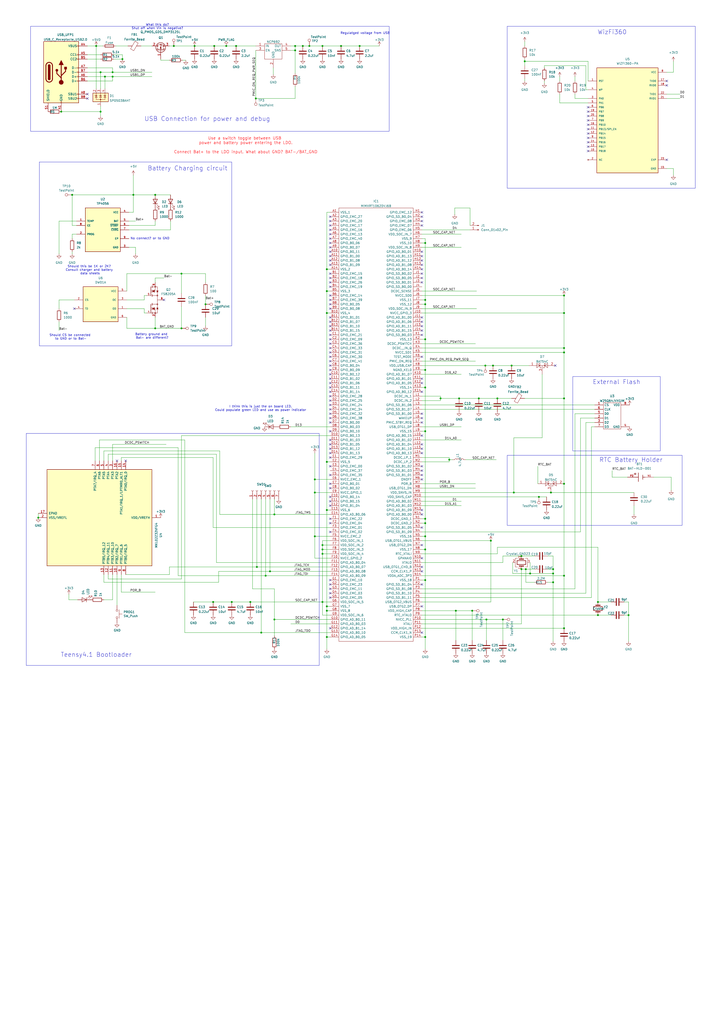
<source format=kicad_sch>
(kicad_sch (version 20231120) (generator "eeschema") (generator_version "8.0")
  (paper "A2" portrait)
  (title_block (title "WDA - Teensy4.1 & WizFi360") (date "2024-11-23") (rev "v1.0"))
  (junction (at 187.325 321.31))
  (junction (at 327.66 171.45))
  (junction (at 187.325 318.77))
  (junction (at 304.8 35.56))
  (junction (at 327.66 181.61))
  (junction (at 347.345 349.25))
  (junction (at 55.88 26.67))
  (junction (at 189.865 168.91))
  (junction (at 35.56 64.77))
  (junction (at 159.385 298.45))
  (junction (at 134.62 349.25))
  (junction (at 182.88 285.75))
  (junction (at 148.59 57.15))
  (junction (at 189.865 354.33))
  (junction (at 321.31 332.74))
  (junction (at 292.1 359.41))
  (junction (at 365.125 356.87))
  (junction (at 260.985 266.7))
  (junction (at 288.925 231.14))
  (junction (at 100.965 26.67))
  (junction (at 182.88 311.15))
  (junction (at 105.41 190.5))
  (junction (at 321.31 337.82))
  (junction (at 285.115 313.69))
  (junction (at 247.015 318.77))
  (junction (at 171.45 29.21))
  (junction (at 281.94 212.09))
  (junction (at 247.015 214.63))
  (junction (at 286.385 212.09))
  (junction (at 297.18 212.09))
  (junction (at 274.32 354.33))
  (junction (at 189.865 351.79))
  (junction (at 189.865 181.61))
  (junction (at 247.015 173.99))
  (junction (at 247.015 196.85))
  (junction (at 189.865 369.57))
  (junction (at 123.825 349.25))
  (junction (at 298.45 285.75))
  (junction (at 41.91 113.03))
  (junction (at 189.865 295.91))
  (junction (at 58.42 41.91))
  (junction (at 60.96 44.45))
  (junction (at 282.575 359.41))
  (junction (at 247.015 303.53))
  (junction (at 305.435 330.2))
  (junction (at 187.325 26.67))
  (junction (at 320.04 285.75))
  (junction (at 247.015 369.57))
  (junction (at 182.88 278.13))
  (junction (at 90.17 190.5))
  (junction (at 71.12 34.29))
  (junction (at 151.765 367.03))
  (junction (at 189.865 267.97))
  (junction (at 321.31 330.2))
  (junction (at 90.17 113.03))
  (junction (at 327.66 364.49))
  (junction (at 156.845 331.47))
  (junction (at 327.66 280.67))
  (junction (at 159.385 359.41))
  (junction (at 302.895 330.2))
  (junction (at 266.7 231.14))
  (junction (at 58.42 64.77))
  (junction (at 187.325 349.25))
  (junction (at 208.915 26.67))
  (junction (at 327.66 204.47))
  (junction (at 247.015 311.15))
  (junction (at 119.38 176.53))
  (junction (at 137.16 26.67))
  (junction (at 65.405 41.91))
  (junction (at 65.405 44.45))
  (junction (at 302.895 322.58))
  (junction (at 247.015 300.99))
  (junction (at 22.225 300.355))
  (junction (at 313.055 288.29))
  (junction (at 307.975 332.74))
  (junction (at 347.345 356.87))
  (junction (at 247.015 176.53))
  (junction (at 77.47 113.03))
  (junction (at 171.45 26.67))
  (junction (at 175.895 26.67))
  (junction (at 198.12 26.67))
  (junction (at 327.66 201.93))
  (junction (at 179.705 26.67))
  (junction (at 264.795 354.33))
  (junction (at 247.015 336.55))
  (junction (at 149.225 328.93))
  (junction (at 113.03 26.67))
  (junction (at 247.015 140.97))
  (junction (at 247.015 250.19))
  (junction (at 189.865 156.21))
  (junction (at 327.66 231.14))
  (junction (at 278.13 231.14))
  (junction (at 131.445 26.67))
  (junction (at 327.66 334.01))
  (junction (at 154.305 334.01))
  (junction (at 105.41 158.75))
  (junction (at 124.46 26.67))
  (junction (at 247.015 224.79))
  (junction (at 255.905 231.14))
  (junction (at 145.415 349.25))
  (junction (at 187.325 316.23))
  (no_connect (at 245.11 273.05))
  (no_connect (at 245.11 227.33))
  (no_connect (at 245.11 367.03))
  (no_connect (at 245.11 328.93))
  (no_connect (at 245.11 278.13))
  (no_connect (at 245.11 262.89))
  (no_connect (at 191.77 240.03))
  (no_connect (at 341.63 85.09))
  (no_connect (at 191.77 199.39))
  (no_connect (at 191.77 148.59))
  (no_connect (at 245.11 184.15))
  (no_connect (at 387.35 92.71))
  (no_connect (at 191.77 260.35))
  (no_connect (at 191.77 125.73))
  (no_connect (at 191.77 138.43))
  (no_connect (at 191.77 229.87))
  (no_connect (at 191.77 255.27))
  (no_connect (at 73.025 267.335))
  (no_connect (at 191.77 184.15))
  (no_connect (at 341.63 72.39))
  (no_connect (at 50.8 54.61))
  (no_connect (at 245.11 158.75))
  (no_connect (at 191.77 146.05))
  (no_connect (at 245.11 351.79))
  (no_connect (at 191.77 250.19))
  (no_connect (at 387.35 49.53))
  (no_connect (at 245.11 148.59))
  (no_connect (at 245.11 306.07))
  (no_connect (at 245.11 161.29))
  (no_connect (at 191.77 232.41))
  (no_connect (at 341.63 74.93))
  (no_connect (at 245.11 125.73))
  (no_connect (at 245.11 189.23))
  (no_connect (at 341.63 87.63))
  (no_connect (at 191.77 280.67))
  (no_connect (at 191.77 262.89))
  (no_connect (at 191.77 163.83))
  (no_connect (at 245.11 257.81))
  (no_connect (at 245.11 222.25))
  (no_connect (at 50.8 57.15))
  (no_connect (at 245.11 130.81))
  (no_connect (at 245.11 163.83))
  (no_connect (at 245.11 219.71))
  (no_connect (at 245.11 186.69))
  (no_connect (at 191.77 364.49))
  (no_connect (at 245.11 331.47))
  (no_connect (at 341.63 64.77))
  (no_connect (at 191.77 346.71))
  (no_connect (at 191.77 300.99))
  (no_connect (at 43.18 179.07))
  (no_connect (at 191.77 265.43))
  (no_connect (at 245.11 339.09))
  (no_connect (at 191.77 219.71))
  (no_connect (at 67.945 267.335))
  (no_connect (at 245.11 151.13))
  (no_connect (at 191.77 283.21))
  (no_connect (at 245.11 128.27))
  (no_connect (at 191.77 245.11))
  (no_connect (at 245.11 191.77))
  (no_connect (at 341.63 62.23))
  (no_connect (at 245.11 245.11))
  (no_connect (at 245.11 242.57))
  (no_connect (at 387.35 46.99))
  (no_connect (at 95.25 173.99))
  (no_connect (at 245.11 316.23))
  (no_connect (at 245.11 194.31))
  (no_connect (at 245.11 260.35))
  (no_connect (at 245.11 323.85))
  (no_connect (at 341.63 80.01))
  (no_connect (at 341.63 77.47))
  (no_connect (at 245.11 295.91))
  (no_connect (at 245.11 153.67))
  (no_connect (at 191.77 128.27))
  (no_connect (at 191.77 130.81))
  (no_connect (at 191.77 133.35))
  (no_connect (at 191.77 135.89))
  (no_connect (at 191.77 140.97))
  (no_connect (at 191.77 143.51))
  (no_connect (at 191.77 151.13))
  (no_connect (at 191.77 153.67))
  (no_connect (at 191.77 158.75))
  (no_connect (at 191.77 161.29))
  (no_connect (at 191.77 166.37))
  (no_connect (at 191.77 171.45))
  (no_connect (at 191.77 173.99))
  (no_connect (at 191.77 176.53))
  (no_connect (at 191.77 179.07))
  (no_connect (at 191.77 186.69))
  (no_connect (at 191.77 189.23))
  (no_connect (at 191.77 191.77))
  (no_connect (at 191.77 194.31))
  (no_connect (at 191.77 196.85))
  (no_connect (at 191.77 201.93))
  (no_connect (at 191.77 207.01))
  (no_connect (at 191.77 209.55))
  (no_connect (at 191.77 212.09))
  (no_connect (at 191.77 214.63))
  (no_connect (at 191.77 222.25))
  (no_connect (at 191.77 224.79))
  (no_connect (at 191.77 227.33))
  (no_connect (at 191.77 237.49))
  (no_connect (at 191.77 242.57))
  (no_connect (at 191.77 257.81))
  (no_connect (at 191.77 270.51))
  (no_connect (at 191.77 275.59))
  (no_connect (at 191.77 288.29))
  (no_connect (at 191.77 290.83))
  (no_connect (at 191.77 293.37))
  (no_connect (at 191.77 308.61))
  (no_connect (at 191.77 336.55))
  (no_connect (at 191.77 339.09))
  (no_connect (at 191.77 341.63))
  (no_connect (at 191.77 344.17))
  (no_connect (at 245.11 123.19))
  (no_connect (at 245.11 146.05))
  (no_connect (at 245.11 156.21))
  (no_connect (at 245.11 207.01))
  (no_connect (at 245.11 240.03))
  (no_connect (at 341.63 69.85))
  (no_connect (at 245.11 270.51))
  (no_connect (at 245.11 298.45))
  (no_connect (at 341.63 67.31))
  (no_connect (at 191.77 303.53))
  (no_connect (at 191.77 204.47))
  (no_connect (at 191.77 234.95))
  (no_connect (at 245.11 275.59))
  (no_connect (at 191.77 217.17))
  (no_connect (at 341.63 82.55))
  (no_connect (at 245.11 252.73))
  (no_connect (at 322.58 212.09))
  (wire (pts (xy 245.11 321.31) (xy 288.925 321.31)))
  (wire (pts (xy 288.925 317.5) (xy 347.345 317.5)))
  (wire (pts (xy 288.925 321.31) (xy 288.925 317.5)))
  (wire (pts (xy 347.345 317.5) (xy 347.345 349.25)))
  (wire (pts (xy 73.66 168.91) (xy 73.66 158.75)))
  (wire (pts (xy 247.015 369.57) (xy 245.11 369.57)))
  (wire (pts (xy 247.015 376.555) (xy 247.015 369.57)))
  (wire (pts (xy 105.41 158.75) (xy 119.38 158.75)))
  (wire (pts (xy 321.31 330.2) (xy 321.31 332.74)))
  (wire (pts (xy 55.88 26.67) (xy 55.88 51.435)))
  (wire (pts (xy 247.015 224.79) (xy 245.11 224.79)))
  (wire (pts (xy 247.015 250.19) (xy 247.015 224.79)))
  (wire (pts (xy 379.73 276.86) (xy 389.89 276.86)))
  (wire (pts (xy 41.91 113.03) (xy 77.47 113.03)))
  (wire (pts (xy 168.91 26.67) (xy 171.45 26.67)))
  (wire (pts (xy 245.11 209.55) (xy 276.225 209.55)))
  (wire (pts (xy 245.11 303.53) (xy 247.015 303.53)))
  (wire (pts (xy 168.91 247.65) (xy 191.77 247.65)))
  (wire (pts (xy 90.17 190.5) (xy 105.41 190.5)))
  (wire (pts (xy 74.93 130.81) (xy 90.17 130.81)))
  (wire (pts (xy 267.97 217.17) (xy 245.11 217.17)))
  (wire (pts (xy 321.31 330.2) (xy 318.135 330.2)))
  (wire (pts (xy 321.31 322.58) (xy 321.31 330.2)))
  (wire (pts (xy 70.485 343.535) (xy 70.485 333.375)))
  (wire (pts (xy 189.865 168.91) (xy 191.77 168.91)))
  (wire (pts (xy 189.865 181.61) (xy 189.865 168.91)))
  (wire (pts (xy 347.345 356.87) (xy 354.965 356.87)))
  (wire (pts (xy 245.11 288.29) (xy 313.055 288.29)))
  (wire (pts (xy 313.055 288.29) (xy 317.5 288.29)))
  (wire (pts (xy 314.96 217.17) (xy 314.96 254)))
  (wire (pts (xy 100.965 26.67) (xy 98.425 26.67)))
  (wire (pts (xy 113.03 26.67) (xy 100.965 26.67)))
  (wire (pts (xy 98.425 328.93) (xy 98.425 333.375)))
  (wire (pts (xy 98.425 328.93) (xy 149.225 328.93)))
  (wire (pts (xy 98.425 333.375) (xy 73.025 333.375)))
  (wire (pts (xy 149.225 328.93) (xy 191.77 328.93)))
  (wire (pts (xy 347.345 349.25) (xy 354.965 349.25)))
  (wire (pts (xy 245.11 280.67) (xy 276.225 280.67)))
  (wire (pts (xy 341.63 46.99) (xy 341.63 35.56)))
  (wire (pts (xy 298.45 254) (xy 298.45 285.75)))
  (wire (pts (xy 307.975 332.74) (xy 321.31 332.74)))
  (wire (pts (xy 65.405 41.91) (xy 88.265 41.91)))
  (wire (pts (xy 245.11 166.37) (xy 245.0995 166.37)))
  (wire (pts (xy 245.11 204.47) (xy 327.66 204.47)))
  (wire (pts (xy 387.35 41.91) (xy 391.16 41.91)))
  (wire (pts (xy 247.015 138.43) (xy 245.11 138.43)))
  (wire (pts (xy 247.015 140.97) (xy 247.015 138.43)))
  (wire (pts (xy 327.66 231.14) (xy 327.66 280.67)))
  (wire (pts (xy 327.66 280.67) (xy 327.66 334.01)))
  (wire (pts (xy 321.31 337.82) (xy 321.31 332.74)))
  (wire (pts (xy 321.31 372.11) (xy 321.31 337.82)))
  (wire (pts (xy 85.09 181.61) (xy 83.82 181.61)))
  (wire (pts (xy 22.225 297.815) (xy 22.225 300.355)))
  (wire (pts (xy 245.11 265.43) (xy 260.985 265.43)))
  (wire (pts (xy 260.985 265.43) (xy 260.985 266.7)))
  (wire (pts (xy 260.985 266.7) (xy 262.89 266.7)))
  (wire (pts (xy 187.325 313.69) (xy 187.325 316.23)))
  (wire (pts (xy 34.29 173.99) (xy 34.29 179.07)))
  (wire (pts (xy 247.015 311.15) (xy 245.11 311.15)))
  (wire (pts (xy 247.015 318.77) (xy 247.015 311.15)))
  (wire (pts (xy 90.17 113.03) (xy 99.06 113.03)))
  (wire (pts (xy 274.32 354.33) (xy 264.795 354.33)))
  (wire (pts (xy 274.32 371.475) (xy 274.32 354.33)))
  (wire (pts (xy 364.49 276.86) (xy 355.6 276.86)))
  (wire (pts (xy 341.63 59.69) (xy 325.12 59.69)))
  (wire (pts (xy 316.23 38.1) (xy 340.36 38.1)))
  (wire (pts (xy 245.11 179.07) (xy 276.86 179.07)))
  (wire (pts (xy 298.45 285.75) (xy 245.11 285.75)))
  (wire (pts (xy 334.01 54.61) (xy 334.01 57.15)))
  (wire (pts (xy 34.29 128.27) (xy 34.29 147.32)))
  (wire (pts (xy 171.45 29.21) (xy 171.45 26.67)))
  (wire (pts (xy 282.575 359.41) (xy 292.1 359.41)))
  (wire (pts (xy 292.1 359.41) (xy 292.1 371.475)))
  (wire (pts (xy 44.45 135.89) (xy 41.91 135.89)))
  (wire (pts (xy 168.91 361.95) (xy 191.77 361.95)))
  (wire (pts (xy 245.11 168.91) (xy 276.86 168.91)))
  (wire (pts (xy 159.385 359.41) (xy 159.385 368.935)))
  (wire (pts (xy 62.865 267.335) (xy 62.865 263.525)))
  (wire (pts (xy 77.47 101.6) (xy 77.47 113.03)))
  (wire (pts (xy 187.325 316.23) (xy 187.325 318.77)))
  (wire (pts (xy 74.93 133.35) (xy 99.06 133.35)))
  (wire (pts (xy 245.11 361.95) (xy 302.895 361.95)))
  (wire (pts (xy 302.895 361.95) (xy 302.895 330.2)))
  (wire (pts (xy 182.88 285.75) (xy 191.77 285.75)))
  (wire (pts (xy 245.11 234.95) (xy 345.44 234.95)))
  (wire (pts (xy 90.17 184.15) (xy 90.17 190.5)))
  (wire (pts (xy 245.11 199.39) (xy 276.225 199.39)))
  (wire (pts (xy 189.865 181.61) (xy 191.77 181.61)))
  (wire (pts (xy 189.865 267.97) (xy 189.865 181.61)))
  (wire (pts (xy 187.325 356.87) (xy 187.325 349.25)))
  (wire (pts (xy 191.77 356.87) (xy 187.325 356.87)))
  (wire (pts (xy 264.16 120.65) (xy 264.16 124.46)))
  (wire (pts (xy 245.11 341.63) (xy 334.01 341.63)))
  (wire (pts (xy 334.01 240.03) (xy 345.44 240.03)))
  (wire (pts (xy 334.01 341.63) (xy 334.01 240.03)))
  (wire (pts (xy 50.8 34.29) (xy 58.42 34.29)))
  (wire (pts (xy 297.18 212.09) (xy 307.34 212.09)))
  (wire (pts (xy 318.135 337.82) (xy 321.31 337.82)))
  (wire (pts (xy 50.8 31.75) (xy 58.42 31.75)))
  (wire (pts (xy 247.015 196.85) (xy 245.11 196.85)))
  (wire (pts (xy 247.015 214.63) (xy 247.015 196.85)))
  (wire (pts (xy 247.015 224.79) (xy 247.015 214.63)))
  (wire (pts (xy 247.015 176.53) (xy 245.11 176.53)))
  (wire (pts (xy 247.015 196.85) (xy 247.015 176.53)))
  (wire (pts (xy 67.945 333.375) (xy 67.945 351.155)))
  (wire (pts (xy 113.03 26.67) (xy 124.46 26.67)))
  (wire (pts (xy 137.16 26.67) (xy 148.59 26.67)))
  (wire (pts (xy 327.66 201.93) (xy 245.11 201.93)))
  (wire (pts (xy 327.66 204.47) (xy 327.66 201.93)))
  (wire (pts (xy 327.66 231.14) (xy 327.66 204.47)))
  (wire (pts (xy 77.47 113.03) (xy 77.47 123.19)))
  (wire (pts (xy 187.325 318.77) (xy 191.77 318.77)))
  (wire (pts (xy 273.05 130.81) (xy 273.05 120.65)))
  (wire (pts (xy 62.865 335.915) (xy 62.865 333.375)))
  (wire (pts (xy 105.41 252.73) (xy 105.41 335.915)))
  (wire (pts (xy 105.41 335.915) (xy 62.865 335.915)))
  (wire (pts (xy 191.77 252.73) (xy 105.41 252.73)))
  (wire (pts (xy 391.16 97.79) (xy 391.16 101.6)))
  (wire (pts (xy 78.74 143.51) (xy 78.74 147.32)))
  (wire (pts (xy 304.8 34.29) (xy 304.8 35.56)))
  (wire (pts (xy 292.1 322.58) (xy 292.1 326.39)))
  (wire (pts (xy 302.895 322.58) (xy 292.1 322.58)))
  (wire (pts (xy 189.865 354.33) (xy 189.865 351.79)))
  (wire (pts (xy 148.59 57.15) (xy 148.59 29.21)))
  (wire (pts (xy 60.325 347.98) (xy 65.405 347.98)))
  (wire (pts (xy 55.245 259.715) (xy 55.245 267.335)))
  (wire (pts (xy 90.17 161.29) (xy 95.25 161.29)))
  (wire (pts (xy 149.225 289.56) (xy 149.225 328.93)))
  (wire (pts (xy 267.97 293.37) (xy 245.11 293.37)))
  (wire (pts (xy 34.29 186.69) (xy 34.29 191.77)))
  (wire (pts (xy 302.895 322.58) (xy 310.515 322.58)))
  (wire (pts (xy 74.93 123.19) (xy 77.47 123.19)))
  (wire (pts (xy 124.46 26.67) (xy 131.445 26.67)))
  (wire (pts (xy 131.445 26.67) (xy 137.16 26.67)))
  (wire (pts (xy 270.51 266.7) (xy 288.29 266.7)))
  (wire (pts (xy 189.865 267.97) (xy 191.77 267.97)))
  (wire (pts (xy 189.865 295.91) (xy 189.865 267.97)))
  (wire (pts (xy 58.42 41.91) (xy 58.42 51.435)))
  (wire (pts (xy 73.66 184.15) (xy 73.66 190.5)))
  (wire (pts (xy 106.045 34.925) (xy 107.95 34.925)))
  (wire (pts (xy 355.6 273.05) (xy 355.6 276.86)))
  (wire (pts (xy 304.8 231.14) (xy 327.66 231.14)))
  (wire (pts (xy 58.42 61.595) (xy 58.42 64.77)))
  (wire (pts (xy 58.42 64.77) (xy 58.42 67.31)))
  (wire (pts (xy 134.62 349.25) (xy 145.415 349.25)))
  (wire (pts (xy 145.415 349.25) (xy 187.325 349.25)))
  (wire (pts (xy 41.91 130.81) (xy 41.91 113.03)))
  (wire (pts (xy 83.82 171.45) (xy 85.09 171.45)))
  (wire (pts (xy 362.585 349.25) (xy 365.125 349.25)))
  (wire (pts (xy 365.125 349.25) (xy 365.125 356.87)))
  (wire (pts (xy 365.125 356.87) (xy 365.125 372.11)))
  (wire (pts (xy 66.04 34.29) (xy 71.12 34.29)))
  (wire (pts (xy 187.325 321.31) (xy 191.77 321.31)))
  (wire (pts (xy 182.88 311.15) (xy 191.77 311.15)))
  (wire (pts (xy 189.865 354.33) (xy 189.865 369.57)))
  (wire (pts (xy 189.865 369.57) (xy 189.865 376.555)))
  (wire (pts (xy 34.29 128.27) (xy 44.45 128.27)))
  (wire (pts (xy 65.405 44.45) (xy 88.265 44.45)))
  (wire (pts (xy 60.325 333.375) (xy 60.325 337.82)))
  (wire (pts (xy 60.325 337.82) (xy 127 337.82)))
  (wire (pts (xy 127 331.47) (xy 156.845 331.47)))
  (wire (pts (xy 127 337.82) (xy 127 331.47)))
  (wire (pts (xy 156.845 331.47) (xy 191.77 331.47)))
  (wire (pts (xy 341.63 35.56) (xy 304.8 35.56)))
  (wire (pts (xy 158.75 39.37) (xy 158.75 43.18)))
  (wire (pts (xy 105.41 177.8) (xy 105.41 190.5)))
  (wire (pts (xy 304.8 35.56) (xy 304.8 38.1)))
  (wire (pts (xy 99.06 128.27) (xy 99.06 133.35)))
  (wire (pts (xy 189.865 295.91) (xy 189.865 351.79)))
  (wire (pts (xy 189.865 295.91) (xy 191.77 295.91)))
  (wire (pts (xy 119.38 158.75) (xy 119.38 163.83)))
  (wire (pts (xy 325.12 54.61) (xy 325.12 59.69)))
  (wire (pts (xy 245.11 344.17) (xy 340.36 344.17)))
  (wire (pts (xy 340.36 245.11) (xy 345.44 245.11)))
  (wire (pts (xy 340.36 344.17) (xy 340.36 245.11)))
  (wire (pts (xy 83.82 181.61) (xy 83.82 179.07)))
  (wire (pts (xy 298.45 254) (xy 314.96 254)))
  (wire (pts (xy 334.01 44.45) (xy 334.01 46.99)))
  (wire (pts (xy 245.11 143.51) (xy 267.97 143.51)))
  (wire (pts (xy 93.345 34.29) (xy 93.345 34.925)))
  (wire (pts (xy 93.345 34.925) (xy 98.425 34.925)))
  (wire (pts (xy 247.015 173.99) (xy 245.11 173.99)))
  (wire (pts (xy 247.015 176.53) (xy 247.015 173.99)))
  (wire (pts (xy 245.11 135.89) (xy 267.97 135.89)))
  (wire (pts (xy 159.385 359.41) (xy 191.77 359.41)))
  (wire (pts (xy 316.23 46.99) (xy 316.23 48.26)))
  (wire (pts (xy 40.005 347.98) (xy 40.005 344.805)))
  (wire (pts (xy 45.085 347.98) (xy 40.005 347.98)))
  (wire (pts (xy 105.41 158.75) (xy 105.41 170.18)))
  (wire (pts (xy 247.015 250.19) (xy 245.11 250.19)))
  (wire (pts (xy 247.015 300.99) (xy 247.015 250.19)))
  (wire (pts (xy 247.015 303.53) (xy 247.015 300.99)))
  (wire (pts (xy 247.015 311.15) (xy 247.015 303.53)))
  (wire (pts (xy 247.015 336.55) (xy 245.11 336.55)))
  (wire (pts (xy 247.015 369.57) (xy 247.015 336.55)))
  (wire (pts (xy 189.865 369.57) (xy 191.77 369.57)))
  (wire (pts (xy 387.35 97.79) (xy 391.16 97.79)))
  (wire (pts (xy 159.385 289.56) (xy 159.385 298.45)))
  (wire (pts (xy 302.895 330.2) (xy 305.435 330.2)))
  (wire (pts (xy 305.435 330.2) (xy 310.515 330.2)))
  (wire (pts (xy 67.31 26.67) (xy 74.295 26.67)))
  (wire (pts (xy 245.11 247.65) (xy 267.97 247.65)))
  (wire (pts (xy 297.815 326.39) (xy 297.815 332.74)))
  (wire (pts (xy 297.815 332.74) (xy 307.975 332.74)))
  (wire (pts (xy 307.975 332.74) (xy 307.975 326.39)))
  (wire (pts (xy 304.8 45.72) (xy 304.8 46.99)))
  (wire (pts (xy 81.915 26.67) (xy 88.265 26.67)))
  (wire (pts (xy 362.585 356.87) (xy 365.125 356.87)))
  (wire (pts (xy 73.66 158.75) (xy 105.41 158.75)))
  (wire (pts (xy 55.88 26.67) (xy 59.69 26.67)))
  (wire (pts (xy 340.36 38.1) (xy 340.36 52.07)))
  (wire (pts (xy 90.17 163.83) (xy 90.17 161.29)))
  (wire (pts (xy 50.8 26.67) (xy 55.88 26.67)))
  (wire (pts (xy 387.35 57.15) (xy 394.97 57.15)))
  (wire (pts (xy 74.93 128.27) (xy 78.74 128.27)))
  (wire (pts (xy 325.12 44.45) (xy 325.12 46.99)))
  (wire (pts (xy 320.04 285.75) (xy 368.3 285.75)))
  (wire (pts (xy 304.8 24.13) (xy 304.8 26.67)))
  (wire (pts (xy 245.11 232.41) (xy 255.905 232.41)))
  (wire (pts (xy 255.905 232.41) (xy 255.905 231.14)))
  (wire (pts (xy 156.845 289.56) (xy 156.845 331.47)))
  (wire (pts (xy 247.015 318.77) (xy 245.11 318.77)))
  (wire (pts (xy 247.015 336.55) (xy 247.015 318.77)))
  (wire (pts (xy 247.015 140.97) (xy 245.11 140.97)))
  (wire (pts (xy 247.015 173.99) (xy 247.015 140.97)))
  (wire (pts (xy 245.11 267.97) (xy 260.985 267.97)))
  (wire (pts (xy 260.985 267.97) (xy 260.985 266.7)))
  (wire (pts (xy 171.45 26.67) (xy 175.895 26.67)))
  (wire (pts (xy 175.895 26.67) (xy 179.705 26.67)))
  (wire (pts (xy 179.705 26.67) (xy 187.325 26.67)))
  (wire (pts (xy 187.325 26.67) (xy 198.12 26.67)))
  (wire (pts (xy 208.915 26.67) (xy 220.345 26.67)))
  (wire (pts (xy 245.11 308.61) (xy 337.185 308.61)))
  (wire (pts (xy 337.185 242.57) (xy 345.44 242.57)))
  (wire (pts (xy 337.185 308.61) (xy 337.185 242.57)))
  (wire (pts (xy 189.865 123.19) (xy 191.77 123.19)))
  (wire (pts (xy 189.865 156.21) (xy 189.865 123.19)))
  (wire (pts (xy 168.91 29.21) (xy 171.45 29.21)))
  (wire (pts (xy 83.82 171.45) (xy 83.82 173.99)))
  (wire (pts (xy 285.115 313.69) (xy 285.115 349.25)))
  (wire (pts (xy 41.91 135.89) (xy 41.91 138.43)))
  (wire (pts (xy 245.11 212.09) (xy 281.94 212.09)))
  (wire (pts (xy 281.94 212.09) (xy 286.385 212.09)))
  (wire (pts (xy 286.385 212.09) (xy 297.18 212.09)))
  (wire (pts (xy 35.56 64.77) (xy 58.42 64.77)))
  (wire (pts (xy 123.825 349.25) (xy 112.395 349.25)))
  (wire (pts (xy 134.62 349.25) (xy 123.825 349.25)))
  (wire (pts (xy 187.325 349.25) (xy 191.77 349.25)))
  (wire (pts (xy 77.47 113.03) (xy 90.17 113.03)))
  (wire (pts (xy 245.11 229.87) (xy 255.905 229.87)))
  (wire (pts (xy 255.905 229.87) (xy 255.905 231.14)))
  (wire (pts (xy 255.905 231.14) (xy 266.7 231.14)))
  (wire (pts (xy 266.7 231.14) (xy 278.13 231.14)))
  (wire (pts (xy 278.13 231.14) (xy 288.925 231.14)))
  (wire (pts (xy 288.925 231.14) (xy 297.18 231.14)))
  (wire (pts (xy 245.11 171.45) (xy 327.66 171.45)))
  (wire (pts (xy 327.66 171.45) (xy 327.66 181.61)))
  (wire (pts (xy 327.66 181.61) (xy 327.66 201.93)))
  (wire (pts (xy 70.485 265.43) (xy 70.485 267.335)))
  (wire (pts (xy 123.825 265.43) (xy 70.485 265.43)))
  (wire (pts (xy 123.825 306.07) (xy 123.825 265.43)))
  (wire (pts (xy 191.77 306.07) (xy 123.825 306.07)))
  (wire (pts (xy 298.45 285.75) (xy 320.04 285.75)))
  (wire (pts (xy 312.42 270.51) (xy 312.42 280.67)))
  (wire (pts (xy 267.97 290.83) (xy 245.11 290.83)))
  (wire (pts (xy 387.35 54.61) (xy 394.97 54.61)))
  (wire (pts (xy 245.11 214.63) (xy 247.015 214.63)))
  (wire (pts (xy 127.635 298.45) (xy 127.635 261.62)))
  (wire (pts (xy 127.635 298.45) (xy 159.385 298.45)))
  (wire (pts (xy 159.385 298.45) (xy 191.77 298.45)))
  (wire (pts (xy 171.45 50.165) (xy 171.45 57.15)))
  (wire (pts (xy 171.45 57.15) (xy 148.59 57.15)))
  (wire (pts (xy 125.73 326.39) (xy 125.73 263.525)))
  (wire (pts (xy 191.77 326.39) (xy 125.73 326.39)))
  (wire (pts (xy 245.11 354.33) (xy 264.795 354.33)))
  (wire (pts (xy 264.795 354.33) (xy 264.795 371.475)))
  (wire (pts (xy 245.11 313.69) (xy 285.115 313.69)))
  (wire (pts (xy 245.11 283.21) (xy 276.225 283.21)))
  (wire (pts (xy 191.77 313.69) (xy 187.325 313.69)))
  (wire (pts (xy 368.3 293.37) (xy 368.3 298.45)))
  (wire (pts (xy 245.11 359.41) (xy 282.575 359.41)))
  (wire (pts (xy 282.575 359.41) (xy 282.575 371.475)))
  (wire (pts (xy 245.11 346.71) (xy 343.535 346.71)))
  (wire (pts (xy 343.535 247.65) (xy 345.44 247.65)))
  (wire (pts (xy 343.535 346.71) (xy 343.535 247.65)))
  (wire (pts (xy 73.66 190.5) (xy 90.17 190.5)))
  (wire (pts (xy 90.17 128.27) (xy 90.17 130.81)))
  (wire (pts (xy 245.11 181.61) (xy 327.66 181.61)))
  (wire (pts (xy 245.11 349.25) (xy 285.115 349.25)))
  (wire (pts (xy 245.11 237.49) (xy 345.44 237.49)))
  (wire (pts (xy 187.325 316.23) (xy 191.77 316.23)))
  (wire (pts (xy 74.93 143.51) (xy 78.74 143.51)))
  (wire (pts (xy 66.04 31.75) (xy 71.12 31.75)))
  (wire (pts (xy 71.12 31.75) (xy 71.12 34.29)))
  (wire (pts (xy 73.66 179.07) (xy 83.82 179.07)))
  (wire (pts (xy 50.8 46.99) (xy 65.405 46.99)))
  (wire (pts (xy 65.405 46.99) (xy 65.405 44.45)))
  (wire (pts (xy 65.405 257.81) (xy 96.52 257.81)))
  (wire (pts (xy 65.405 267.335) (xy 65.405 257.81)))
  (wire (pts (xy 119.38 171.45) (xy 119.38 176.53)))
  (wire (pts (xy 154.305 289.56) (xy 154.305 334.01)))
  (wire (pts (xy 245.11 326.39) (xy 292.1 326.39)))
  (wire (pts (xy 189.865 156.21) (xy 191.77 156.21)))
  (wire (pts (xy 189.865 168.91) (xy 189.865 156.21)))
  (wire (pts (xy 389.89 276.86) (xy 389.89 284.48)))
  (wire (pts (xy 43.18 173.99) (xy 34.29 173.99)))
  (wire (pts (xy 41.91 146.05) (xy 41.91 147.32)))
  (wire (pts (xy 245.11 300.99) (xy 247.015 300.99)))
  (wire (pts (xy 60.325 261.62) (xy 60.325 267.335)))
  (wire (pts (xy 60.325 261.62) (xy 127.635 261.62)))
  (wire (pts (xy 70.485 343.535) (xy 90.17 343.535)))
  (wire (pts (xy 391.16 41.91) (xy 391.16 35.56)))
  (wire (pts (xy 55.245 259.715) (xy 103.505 259.715)))
  (wire (pts (xy 103.505 259.715) (xy 103.505 334.01)))
  (wire (pts (xy 103.505 334.01) (xy 154.305 334.01)))
  (wire (pts (xy 154.305 334.01) (xy 191.77 334.01)))
  (wire (pts (xy 187.325 318.77) (xy 187.325 321.31)))
  (wire (pts (xy 305.435 337.82) (xy 305.435 330.2)))
  (wire (pts (xy 310.515 337.82) (xy 305.435 337.82)))
  (wire (pts (xy 245.11 133.35) (xy 273.05 133.35)))
  (wire (pts (xy 50.8 44.45) (xy 60.96 44.45)))
  (wire (pts (xy 60.96 44.45) (xy 65.405 44.45)))
  (wire (pts (xy 187.325 321.31) (xy 187.325 349.25)))
  (wire (pts (xy 44.45 130.81) (xy 41.91 130.81)))
  (wire (pts (xy 189.865 351.79) (xy 191.77 351.79)))
  (wire (pts (xy 245.11 356.87) (xy 347.345 356.87)))
  (wire (pts (xy 57.785 255.27) (xy 107.315 255.27)))
  (wire (pts (xy 57.785 267.335) (xy 57.785 255.27)))
  (wire (pts (xy 107.315 255.27) (xy 107.315 367.03)))
  (wire (pts (xy 107.315 367.03) (xy 151.765 367.03)))
  (wire (pts (xy 151.765 367.03) (xy 191.77 367.03)))
  (wire (pts (xy 65.405 333.375) (xy 65.405 347.98)))
  (wire (pts (xy 273.05 120.65) (xy 264.16 120.65)))
  (wire (pts (xy 189.865 354.33) (xy 191.77 354.33)))
  (wire (pts (xy 73.66 173.99) (xy 83.82 173.99)))
  (wire (pts (xy 316.23 38.1) (xy 316.23 39.37)))
  (wire (pts (xy 50.8 39.37) (xy 65.405 39.37)))
  (wire (pts (xy 50.8 41.91) (xy 58.42 41.91)))
  (wire (pts (xy 58.42 41.91) (xy 65.405 41.91)))
  (wire (pts (xy 65.405 39.37) (xy 65.405 41.91)))
  (wire (pts (xy 245.11 364.49) (xy 327.66 364.49)))
  (wire (pts (xy 327.66 364.49) (xy 327.66 334.01)))
  (wire (pts (xy 60.96 44.45) (xy 60.96 51.435)))
  (wire (pts (xy 119.38 184.15) (xy 119.38 189.23)))
  (wire (pts (xy 182.88 262.89) (xy 182.88 278.13)))
  (wire (pts (xy 182.88 278.13) (xy 182.88 285.75)))
  (wire (pts (xy 182.88 285.75) (xy 182.88 311.15)))
  (wire (pts (xy 182.88 311.15) (xy 182.88 323.85)))
  (wire (pts (xy 182.88 323.85) (xy 191.77 323.85)))
  (wire (pts (xy 62.865 263.525) (xy 125.73 263.525)))
  (wire (pts (xy 341.63 52.07) (xy 340.36 52.07)))
  (wire (pts (xy 198.12 26.67) (xy 208.915 26.67)))
  (wire (pts (xy 321.31 322.58) (xy 318.135 322.58)))
  (wire (pts (xy 182.88 278.13) (xy 191.77 278.13)))
  (wire (pts (xy 334.01 57.15) (xy 341.63 57.15)))
  (wire (pts (xy 151.765 289.56) (xy 151.765 367.03)))
  (wire (pts (xy 171.45 29.21) (xy 171.45 42.545)))
  (wire (pts (xy 245.11 334.01) (xy 327.66 334.01)))
  (wire (pts (xy 146.685 289.56) (xy 146.685 341.63)))
  (wire (pts (xy 159.385 341.63) (xy 146.685 341.63)))
  (wire (pts (xy 159.385 359.41) (xy 159.385 341.63)))
  (wire (pts (xy 267.97 255.27) (xy 245.11 255.27)))
  (rectangle (start 332.74 218.44) (end 383.54 261.62))
  (rectangle (start 15.24 251.46) (end 185.42 386.08))
  (rectangle (start 294.64 15.24) (end 403.86 109.22))
  (rectangle (start 22.86 93.98) (end 134.62 200.66))
  (rectangle (start -325.12 25.4) (end -83.82 127) (stroke (width 2.54) (color 0 0 0 1)))
  (rectangle (start 17.78 15.24) (end 226.06 76.2))
  (rectangle (start 294.64 264.16) (end 396.24 304.8))
  (text "USB Connection for power and debug" (at 120.396 69.088 0) (effects (font (size 2.54 2.54))))
  (text "WizFi360" (at 355.6 18.796 0) (effects (font (size 2.54 2.54))))
  (text "Battery Charging circuit" (at 108.966 97.79 0) (effects (font (size 2.54 2.54))))
  (text "Battery ground and \nBat- are different?\n" (at 88.392 195.072 0) (effects (font (size 1.27 1.27))))
  (text "Teensy4.1 Bootloader" (at 55.88 379.984 0) (effects (font (size 2.54 2.54))))
  (text "Regulatged voltage from USB" (at 212.09 19.304 0) (effects (font (size 1.27 1.27))))
  (text "Should CS be connected \nto GND or to Bat-" (at 41.148 195.58 0) (effects (font (size 1.27 1.27))))
  (text "External Flash" (at 358.14 221.742 0) (effects (font (size 2.54 2.54))))
  (text "Use a switch toggle between USB \npower and battery power entering the LDO.\n\nConnect Bat+ to the LDO input. What about GND? BAT-/BAT_GND" (at 142.748 84.328 0) (effects (font (size 1.651 1.651))))
  (text "1.) Finish battery charger circuit\n\n	1.1.) Breakout pins to connect to battery\n\n	1.2.) Add switch to allow for USB power/charging \n		      or running off battery\n\n\n2.) Fix footprints" (at -316.992 71.628 0) (effects (font (size 5.08 5.08)) (justify left)))
  (text "Should this be 1K or 2K? \nConsult charger and battery \ndata sheets" (at 52.324 156.718 0) (effects (font (size 1.27 1.27))))
  (text "RTC Battery Holder" (at 366.522 266.954 0) (effects (font (size 2.54 2.54))))
  (text "What this do?\nShut off when Vin is negative?" (at 91.44 15.494 0) (effects (font (size 1.27 1.27))))
  (text "No connect? or to GND" (at 87.122 138.43 0) (effects (font (size 1.27 1.27))))
  (text "I think this is just the on board LED.\nCould populate green LED and use as power indicator" (at 151.384 236.982 0) (effects (font (size 1.27 1.27))))
  (label "JTAG_TCK" (at 170.815 328.93 0))
  (label "SOC_CAP_NET" (at 251.46 135.89 0))
  (label "Bat+" (at 119.38 173.99 0))
  (label "POR_B" (at 75.565 343.535 0))
  (label "Bat-" (at 34.29 191.77 0))
  (label "SOC_CAP_NET" (at 251.46 143.51 0))
  (label "D16_A2" (at 265.43 217.17 180))
  (label "SOC_CAP_NET" (at 251.46 179.07 0))
  (label "D14_A0" (at 265.43 255.27 180))
  (label "D15_A1" (at 265.43 293.37 180))
  (label "BAT_GND" (at 92.71 190.5 0))
  (label "USB1_DN" (at 75.565 41.91 0))
  (label "D0" (at 171.45 361.95 0))
  (label "Bat+" (at 78.74 128.27 0))
  (label "Bat-" (at 95.25 161.29 0))
  (label "D1" (at 265.43 290.83 180))
  (label "USB1_DP" (at 75.565 44.45 0))
  (label "D0" (at 394.97 54.61 0))
  (label "DCDC_PSWITCH" (at 72.39 257.81 0))
  (label "POR_B" (at 255.27 280.67 0))
  (label "USB1_DP" (at 255.27 247.65 0))
  (label "SOC_CAP_NET" (at 171.45 349.25 0))
  (label "SOC_CAP_NET" (at 251.46 168.91 0))
  (label "D4" (at 265.43 133.35 180))
  (label "RTC_BAT" (at 312.42 270.51 0))
  (label "D13" (at 171.45 247.65 0))
  (label "RTC_BAT" (at 355.6 273.05 0))
  (label "JTAG_MOD" (at 170.815 331.47 0))
  (label "D1" (at 394.97 57.15 0))
  (label "DCDC_PSWITCH" (at 255.27 199.39 0))
  (label "SOC_CAP_NET" (at 274.32 266.7 0))
  (label "JTAG_TMS" (at 171.45 298.45 0))
  (label "USB1_DN" (at 255.27 283.21 0))
  (label "JTAG_TDO" (at 171.45 367.03 0))
  (label "DCDC_PSWITCH" (at 171.45 359.41 0))
  (label "JTAG_TDI" (at 170.815 334.01 0))
  (label "PMIC_ON_REQ_PWR_SEQ" (at 249.555 209.55 0))
  (label "PMIC_ON_REQ_PWR_SEQ" (at 148.59 55.88 90))
  (symbol (lib_id "WizFi360-PA:WIZFI360-PA") (at 364.49 69.85 0) (unit 1)
    (property "Reference" "U5" (at 364.49 34.29 0))
    (property "Value" "WIZFI360-PA" (at 364.49 36.83 0))
    (property "Footprint" "WizFi360-PA:XCVR_WIZFI360-PA" (effects (hide yes)))
    (property "MF" "WIZnet" (effects (hide yes)))
    (property "MAXIMUM_PACKAGE_HEIGHT" "3.1 mm" (effects (hide yes)))
    (property "Package" "Module WIZnet" (effects (hide yes)))
    (property "Price" "None" (effects (hide yes)))
    (property "Check_prices" "https://www.snapeda.com/parts/WIZFI360-PA/WIZnet/view-part/?ref=eda" (effects (hide yes)))
    (property "STANDARD" "Manufacturer Recommendations" (effects (hide yes)))
    (property "PARTREV" "1.1" (effects (hide yes)))
    (property "SnapEDA_Link" "https://www.snapeda.com/parts/WIZFI360-PA/WIZnet/view-part/?ref=snap" (effects (hide yes)))
    (property "MP" "WIZFI360-PA" (effects (hide yes)))
    (property "Description_1" "\n                        \n                            WiFi 802.11b/g/n Transceiver Module 2.4GHz ~ 2.4835GHz Integrated, Trace Surface Mount\n                        \n" (effects (hide yes)))
    (property "MANUFACTURER" "WIZnet" (effects (hide yes)))
    (property "Availability" "In Stock" (effects (hide yes)))
    (property "SNAPEDA_PN" "WIZFI360-PA" (effects (hide yes)))
  )
  (symbol (lib_name "GND_5") (lib_id "power:GND") (at 34.29 147.32 0) (unit 1)
    (property "Reference" "#PWR013" (effects (hide yes)))
    (property "Value" "GND" (at 34.29 152.4 0))
    (property "Description" "Power symbol creates a global label with name \"GND\" , ground" (effects (hide yes)))
  )
  (symbol (lib_id "power:GND") (at 153.67 247.65 0) (mirror y) (unit 1)
    (property "Reference" "#PWR0141" (effects (hide yes)))
    (property "Value" "GND" (at 149.225 248.4024 0))
  )
  (symbol (lib_id "power:+3V3") (at 220.345 26.67 0) (unit 1)
    (property "Reference" "#PWR0117" (effects (hide yes)))
    (property "Value" "+3V3" (at 220.345 23.0655 0))
  )
  (symbol (lib_id "TP4056M:TP4056") (at 59.69 133.35 0) (unit 1)
    (property "Reference" "U2" (at 59.69 115.57 0))
    (property "Value" "TP4056" (at 59.69 118.11 0))
    (property "Footprint" "TP4056:SOP127P600X175-9N" (effects (hide yes)))
    (property "MF" "NanJing Top Power ASIC Corp." (effects (hide yes)))
    (property "MAXIMUM_PACKAGE_HEIGHT" "1.75mm" (effects (hide yes)))
    (property "Package" "Package" (effects (hide yes)))
    (property "Price" "None" (effects (hide yes)))
    (property "Check_prices" "https://www.snapeda.com/parts/TP4056/NanJing+Top+Power+ASIC+Corp./view-part/?ref=eda" (effects (hide yes)))
    (property "STANDARD" "IPC 7351B" (effects (hide yes)))
    (property "SnapEDA_Link" "https://www.snapeda.com/parts/TP4056/NanJing+Top+Power+ASIC+Corp./view-part/?ref=snap" (effects (hide yes)))
    (property "MP" "TP4056" (effects (hide yes)))
    (property "Description_1" "\n                        \n                            Complete single cell Li-Ion battery with a constant current / constant voltage linear charger\n                        \n" (effects (hide yes)))
    (property "Availability" "Not in stock" (effects (hide yes)))
    (property "MANUFACTURER" "NanJing Top Power ASIC Corp." (effects (hide yes)))
  )
  (symbol (lib_id "power:GND") (at 278.13 238.76 0) (unit 1)
    (property "Reference" "#PWR0137" (effects (hide yes)))
    (property "Value" "GND" (at 278.13 243.3224 0))
  )
  (symbol (lib_id "Device:C") (at 208.915 30.48 0) (unit 1)
    (property "Reference" "C7" (at 211.836 29.5715 0) (effects (justify left)))
    (property "Value" "2.2uf" (at 211.836 32.3466 0) (effects (justify left)))
    (property "Footprint" "Capacitor_SMD:C_0603_1608Metric" (effects (hide yes)))
    (property "MFGR" "Jellybean (X7R or better)" (effects (hide yes)))
    (property "MPN" "CL10B225KP8NNNC" (effects (hide yes)))
  )
  (symbol (lib_id "power:GND") (at 208.915 34.29 0) (unit 1)
    (property "Reference" "#PWR0111" (effects (hide yes)))
    (property "Value" "GND" (at 208.915 38.8524 0))
  )
  (symbol (lib_id "Device:C") (at 119.38 180.34 0) (unit 1)
    (property "Reference" "C29" (at 123.19 179.0699 0) (effects (justify left)))
    (property "Value" "10uF" (at 123.19 181.6099 0) (effects (justify left)))
    (property "Description" "Unpolarized capacitor" (effects (hide yes)))
  )
  (symbol (lib_id "Connector:TestPoint") (at 313.055 288.29 180) (unit 1)
    (property "Reference" "TP5" (at 311.658 291.2305 0) (effects (justify left)))
    (property "Value" "TestPoint" (at 312.293 293.5354 0) (effects (justify left)))
    (property "Footprint" "TestPoint:TestPoint_Pad_D1.0mm" (effects (hide yes)))
  )
  (symbol (lib_id "Connector:TestPoint") (at 41.91 113.03 90) (unit 1)
    (property "Reference" "TP10" (at 38.608 107.95 90))
    (property "Value" "TestPoint" (at 38.608 110.49 90))
    (property "Description" "test point" (effects (hide yes)))
  )
  (symbol (lib_id "power:+5V") (at 113.03 26.67 0) (unit 1)
    (property "Reference" "#PWR0102" (effects (hide yes)))
    (property "Value" "+5V" (at 113.03 23.0655 0))
  )
  (symbol (lib_id "Device:C") (at 266.7 234.95 0) (unit 1)
    (property "Reference" "C10" (at 269.621 234.0415 0) (effects (justify left)))
    (property "Value" "0.22uf" (at 269.621 236.8166 0) (effects (justify left)))
    (property "Footprint" "Capacitor_SMD:C_0603_1608Metric" (effects (hide yes)))
    (property "MFGR" "Jellybean (X7R or better)" (effects (hide yes)))
    (property "MPN" "CC0603KRX7R6BB224" (effects (hide yes)))
  )
  (symbol (lib_id "power:GND") (at 297.18 219.71 0) (unit 1)
    (property "Reference" "#PWR0132" (effects (hide yes)))
    (property "Value" "GND" (at 297.18 224.2724 0))
  )
  (symbol (lib_id "Device:Crystal") (at 347.345 353.06 90) (unit 1)
    (property "Reference" "Y2" (at 350.6724 352.1515 90) (effects (justify right)))
    (property "Value" "Crystal" (at 344.3224 353.0216 90) (effects (justify right)))
    (property "Footprint" "Crystal:Crystal_SMD_2012-2Pin_2.0x1.2mm" (effects (hide yes)))
    (property "MFGR" "Abracon" (effects (hide yes)))
    (property "MPN" "ABS06-32.768KHZ-9-1-T" (effects (hide yes)))
  )
  (symbol (lib_id "Device:C") (at 286.385 215.9 0) (unit 1)
    (property "Reference" "C8" (at 289.306 214.9915 0) (effects (justify left)))
    (property "Value" "0.22uf" (at 289.306 217.7666 0) (effects (justify left)))
    (property "Footprint" "Capacitor_SMD:C_0603_1608Metric" (effects (hide yes)))
    (property "MFGR" "Jellybean (X7R or better)" (effects (hide yes)))
    (property "MPN" "CC0603KRX7R6BB224" (effects (hide yes)))
  )
  (symbol (lib_id "Device:C") (at 368.3 289.56 0) (unit 1)
    (property "Reference" "C30" (at 372.11 288.2899 0) (effects (justify left)))
    (property "Value" "0.22uF" (at 372.11 290.8299 0) (effects (justify left)))
    (property "Description" "Unpolarized capacitor" (effects (hide yes)))
  )
  (symbol (lib_id "Device:R") (at 165.1 247.65 270) (unit 1)
    (property "Reference" "R14" (at 164.1915 245.872 0) (effects (justify right)))
    (property "Value" "1k" (at 166.9666 245.872 0) (effects (justify right)))
    (property "Footprint" "Resistor_SMD:R_0402_1005Metric" (effects (hide yes)))
  )
  (symbol (lib_id "Device:Ferrite_Bead") (at 78.105 26.67 90) (unit 1)
    (property "Reference" "FB1" (at 78.105 20.0619 90))
    (property "Value" "Ferrite_Bead" (at 78.105 22.837 90))
    (property "Footprint" "Resistor_SMD:R_0805_2012Metric" (effects (hide yes)))
    (property "MFGR" "Taiyo Yuden" (effects (hide yes)))
    (property "MPN" "FBMH2012HM121-T‎" (effects (hide yes)))
  )
  (symbol (lib_id "Device:R") (at 56.515 347.98 270) (unit 1)
    (property "Reference" "R10" (at 55.6065 346.202 0) (effects (justify right)))
    (property "Value" "1k" (at 58.3816 346.202 0) (effects (justify right)))
    (property "Footprint" "Resistor_SMD:R_0402_1005Metric" (effects (hide yes)))
  )
  (symbol (lib_id "power:GND") (at 327.66 372.11 0) (unit 1)
    (property "Reference" "#PWR0135" (effects (hide yes)))
    (property "Value" "GND" (at 327.66 376.6724 0))
  )
  (symbol (lib_id "Connector:USB_C_Receptacle_USB2.0") (at 35.56 41.91 0) (unit 1)
    (property "Reference" "USB_UFP1" (at 38.0365 20.1634 0))
    (property "Value" "USB_C_Receptacle_USB2.0" (at 38.0365 22.9385 0))
    (property "Footprint" "USB-C-Power-tester:TYPE-C-31-M-14" (effects (hide yes)))
    (property "Datasheet" "https://www.usb.org/sites/default/files/documents/usb_type-c.zip" (effects (hide yes)))
  )
  (symbol (lib_id "Device:R") (at 304.8 30.48 0) (unit 1)
    (property "Reference" "R17" (at 307.34 29.2099 0) (effects (justify left)))
    (property "Value" "10k" (at 307.34 31.7499 0) (effects (justify left)))
    (property "Description" "Resistor" (effects (hide yes)))
  )
  (symbol (lib_id "Device:C") (at 113.03 30.48 0) (unit 1)
    (property "Reference" "C1" (at 115.951 29.5715 0) (effects (justify left)))
    (property "Value" "0.22uf" (at 115.951 32.3466 0) (effects (justify left)))
    (property "Footprint" "Capacitor_SMD:C_0603_1608Metric" (effects (hide yes)))
    (property "MFGR" "Jellybean (X7R or better)" (effects (hide yes)))
    (property "MPN" "CC0603KRX7R6BB224" (effects (hide yes)))
  )
  (symbol (lib_id "power:GND") (at 22.225 300.355 0) (mirror y) (unit 1)
    (property "Reference" "#PWR0127" (effects (hide yes)))
    (property "Value" "GND" (at 22.225 304.9174 0))
  )
  (symbol (lib_id "power:GND") (at 274.32 379.095 0) (unit 1)
    (property "Reference" "#PWR0146" (effects (hide yes)))
    (property "Value" "GND" (at 274.32 383.6574 0))
  )
  (symbol (lib_id "Device:R") (at 31.75 64.77 270) (unit 1)
    (property "Reference" "R5" (at 30.48 64.8675 90))
    (property "Value" "1M" (at 31.75 62.5626 90))
    (property "Footprint" "Resistor_SMD:R_0603_1608Metric" (effects (hide yes)))
  )
  (symbol (lib_id "power:GND") (at 134.62 356.87 0) (unit 1)
    (property "Reference" "#PWR0120" (effects (hide yes)))
    (property "Value" "GND" (at 134.62 361.4324 0))
  )
  (symbol (lib_id "power:GND") (at 107.95 34.925 0) (unit 1)
    (property "Reference" "#PWR0103" (effects (hide yes)))
    (property "Value" "GND" (at 107.95 39.4874 0))
  )
  (symbol (lib_id "Connector:Conn_01x02_Pin") (at 278.13 133.35 180) (unit 1)
    (property "Reference" "J1" (at 279.4 130.8099 0) (effects (justify right)))
    (property "Value" "Conn_01x02_Pin" (at 279.4 133.3499 0) (effects (justify right)))
    (property "Description" "Generic connector, single row, 01x02, script generated" (effects (hide yes)))
  )
  (symbol (lib_id "Device:C") (at 327.66 368.3 0) (unit 1)
    (property "Reference" "C17" (at 330.581 367.3915 0) (effects (justify left)))
    (property "Value" "0.22uf" (at 330.581 370.1666 0) (effects (justify left)))
    (property "Footprint" "Capacitor_SMD:C_0603_1608Metric" (effects (hide yes)))
    (property "MFGR" "Jellybean (X7R or better)" (effects (hide yes)))
    (property "MPN" "CC0603KRX7R6BB224" (effects (hide yes)))
  )
  (symbol (lib_id "power:GND") (at 282.575 379.095 0) (unit 1)
    (property "Reference" "#PWR0147" (effects (hide yes)))
    (property "Value" "GND" (at 282.575 383.6574 0))
  )
  (symbol (lib_name "GND_5") (lib_id "power:GND") (at 41.91 147.32 0) (unit 1)
    (property "Reference" "#PWR012" (effects (hide yes)))
    (property "Value" "GND" (at 41.91 152.4 0))
    (property "Description" "Power symbol creates a global label with name \"GND\" , ground" (effects (hide yes)))
  )
  (symbol (lib_id "power:+3V3") (at 182.88 262.89 0) (unit 1)
    (property "Reference" "#PWR0107" (effects (hide yes)))
    (property "Value" "+3V3" (at 182.88 259.2855 0))
  )
  (symbol (lib_name "GND_7") (lib_id "power:GND") (at 389.89 284.48 0) (unit 1)
    (property "Reference" "#PWR016" (effects (hide yes)))
    (property "Value" "GND" (at 389.89 289.56 0))
    (property "Description" "Power symbol creates a global label with name \"GND\" , ground" (effects (hide yes)))
  )
  (symbol (lib_id "Device:C") (at 304.8 41.91 0) (unit 1)
    (property "Reference" "C27" (at 308.61 40.6399 0) (effects (justify left)))
    (property "Value" "100nF" (at 308.61 43.1799 0) (effects (justify left)))
    (property "Description" "Unpolarized capacitor" (effects (hide yes)))
  )
  (symbol (lib_id "Switch:SW_Push") (at 67.945 356.235 270) (unit 1)
    (property "Reference" "PROG1" (at 71.7042 355.0666 90) (effects (justify left)))
    (property "Value" "SW_Push" (at 71.7042 357.378 90) (effects (justify left)))
    (property "Footprint" "ToyTronics:KMR241GLFS" (effects (hide yes)))
    (property "MFGR" "C&K" (effects (hide yes)))
    (property "MPN" "KMR241GLFS" (effects (hide yes)))
  )
  (symbol (lib_id "Device:Fuse") (at 63.5 26.67 90) (unit 1)
    (property "Reference" "F1" (at 63.5 21.9415 90))
    (property "Value" "Fuse" (at 63.5 24.7166 90))
    (property "Footprint" "Resistor_SMD:R_0805_2012Metric" (effects (hide yes)))
    (property "MFGR" "Bel Fuse Inc" (effects (hide yes)))
    (property "MPN" "0ZCK0050FF2E" (effects (hide yes)))
  )
  (symbol (lib_name "GND_5") (lib_id "power:GND") (at 78.74 147.32 0) (unit 1)
    (property "Reference" "#PWR011" (effects (hide yes)))
    (property "Value" "GND" (at 78.74 152.4 0))
    (property "Description" "Power symbol creates a global label with name \"GND\" , ground" (effects (hide yes)))
  )
  (symbol (lib_id "Power_Protection:SP0503BAHT") (at 58.42 56.515 0) (unit 1)
    (property "Reference" "D1" (at 63.627 55.6065 0) (effects (justify left)))
    (property "Value" "SP0503BAHT" (at 63.627 58.3816 0) (effects (justify left)))
    (property "Footprint" "Package_TO_SOT_SMD:SOT-143" (effects (hide yes)))
    (property "Datasheet" "http://www.littelfuse.com/~/media/files/littelfuse/technical%20resources/documents/data%20sheets/sp05xxba.pdf" (effects (hide yes)))
  )
  (symbol (lib_id "DW01A:DW01A") (at 58.42 176.53 0) (unit 1)
    (property "Reference" "U6" (at 58.42 161.29 0))
    (property "Value" "DW01A" (at 58.42 163.83 0))
    (property "Footprint" "DW01A:SOT95P280X145-6N" (effects (hide yes)))
    (property "MF" "Fortune Semiconductor" (effects (hide yes)))
    (property "SNAPEDA_PACKAGE_ID" "103849" (effects (hide yes)))
    (property "Package" "SOT-23-6 Fortune Semiconductor" (effects (hide yes)))
    (property "Price" "None" (effects (hide yes)))
    (property "Check_prices" "https://www.snapeda.com/parts/DW01A/Fortune+Semiconductor/view-part/?ref=eda" (effects (hide yes)))
    (property "STANDARD" "IPC 7351B" (effects (hide yes)))
    (property "PARTREV" "1.8" (effects (hide yes)))
    (property "SnapEDA_Link" "https://www.snapeda.com/parts/DW01A/Fortune+Semiconductor/view-part/?ref=snap" (effects (hide yes)))
    (property "MP" "DW01A" (effects (hide yes)))
    (property "Description_1" "\n                        \n                            One Cell Lithium-ion/Polymer Battery Protection IC\n                        \n" (effects (hide yes)))
    (property "MANUFACTURER" "Fortune Semiconductor" (effects (hide yes)))
    (property "Availability" "Not in stock" (effects (hide yes)))
    (property "MAXIMUM_PACKAGE_HEIGHT" "1.45mm" (effects (hide yes)))
  )
  (symbol (lib_id "Device:C") (at 112.395 353.06 0) (unit 1)
    (property "Reference" "C13" (at 115.316 352.1515 0) (effects (justify left)))
    (property "Value" "0.22uf" (at 115.316 354.9266 0) (effects (justify left)))
    (property "Footprint" "Capacitor_SMD:C_0603_1608Metric" (effects (hide yes)))
    (property "MFGR" "Jellybean (X7R or better)" (effects (hide yes)))
    (property "MPN" "CC0603KRX7R6BB224" (effects (hide yes)))
  )
  (symbol (lib_id "Device:C") (at 292.1 375.285 0) (unit 1)
    (property "Reference" "C26" (at 295.021 374.3765 0) (effects (justify left)))
    (property "Value" "4.7uf" (at 295.021 377.1516 0) (effects (justify left)))
    (property "Footprint" "Capacitor_SMD:C_0603_1608Metric" (effects (hide yes)))
    (property "MFGR" "Jellybean (X7R or better)" (effects (hide yes)))
    (property "MPN" "CL10B475KQ8NQNC" (effects (hide yes)))
  )
  (symbol (lib_id "Diode:BAT54C") (at 320.04 280.67 0) (unit 1)
    (property "Reference" "D5" (at 320.04 275.5604 0))
    (property "Value" "BAT54C" (at 320.04 278.3355 0))
    (property "Footprint" "Package_TO_SOT_SMD:SOT-23" (effects (hide yes)))
    (property "Datasheet" "http://www.diodes.com/_files/datasheets/ds11005.pdf" (effects (hide yes)))
  )
  (symbol (lib_id "Device:LED") (at 157.48 247.65 0) (mirror x) (unit 1)
    (property "Reference" "D3" (at 157.099 241.5245 0))
    (property "Value" "LED" (at 157.099 244.2996 0))
    (property "Footprint" "LED_SMD:LED_0402_1005Metric" (effects (hide yes)))
  )
  (symbol (lib_id "Device:C") (at 124.46 30.48 0) (unit 1)
    (property "Reference" "C2" (at 127.381 29.5715 0) (effects (justify left)))
    (property "Value" "0.22uf" (at 127.381 32.3466 0) (effects (justify left)))
    (property "Footprint" "Capacitor_SMD:C_0603_1608Metric" (effects (hide yes)))
    (property "MFGR" "Jellybean (X7R or better)" (effects (hide yes)))
    (property "MPN" "CC0603KRX7R6BB224" (effects (hide yes)))
  )
  (symbol (lib_id "power:GND") (at 123.825 356.87 0) (unit 1)
    (property "Reference" "#PWR0124" (effects (hide yes)))
    (property "Value" "GND" (at 123.825 361.4324 0))
  )
  (symbol (lib_id "Connector:TestPoint") (at 148.59 57.15 180) (unit 1)
    (property "Reference" "TP3" (at 149.987 58.2734 0) (effects (justify right)))
    (property "Value" "TestPoint" (at 149.987 61.0485 0) (effects (justify right)))
    (property "Footprint" "TestPoint:TestPoint_Pad_D1.0mm" (effects (hide yes)))
  )
  (symbol (lib_name "LED_1") (lib_id "Device:LED") (at 90.17 116.84 90) (unit 1)
    (property "Reference" "D2" (at 93.98 117.1574 90) (effects (justify right)))
    (property "Value" "LED" (at 93.98 119.6974 90) (effects (justify right)))
    (property "Description" "Light emitting diode" (effects (hide yes)))
  )
  (symbol (lib_id "Device:C") (at 282.575 375.285 0) (unit 1)
    (property "Reference" "C25" (at 285.496 374.3765 0) (effects (justify left)))
    (property "Value" "0.22uf" (at 285.496 377.1516 0) (effects (justify left)))
    (property "Footprint" "Capacitor_SMD:C_0603_1608Metric" (effects (hide yes)))
    (property "MFGR" "Jellybean (X7R or better)" (effects (hide yes)))
    (property "MPN" "CC0603KRX7R6BB224" (effects (hide yes)))
  )
  (symbol (lib_name "GND_1") (lib_id "power:GND") (at 304.8 46.99 0) (unit 1)
    (property "Reference" "#PWR02" (effects (hide yes)))
    (property "Value" "GND" (at 304.8 52.07 0))
    (property "Description" "Power symbol creates a global label with name \"GND\" , ground" (effects (hide yes)))
  )
  (symbol (lib_id "power:GND") (at 158.75 43.18 0) (unit 1)
    (property "Reference" "#PWR0114" (effects (hide yes)))
    (property "Value" "GND" (at 158.75 47.7424 0))
  )
  (symbol (lib_id "power:GND") (at 71.12 34.29 0) (unit 1)
    (property "Reference" "#PWR0101" (effects (hide yes)))
    (property "Value" "GND" (at 71.12 38.8524 0))
  )
  (symbol (lib_id "Device:LED") (at 48.895 347.98 180) (unit 1)
    (property "Reference" "D4" (at 48.3674 345.059 90) (effects (justify right)))
    (property "Value" "LED" (at 51.1425 345.059 90) (effects (justify right)))
    (property "Footprint" "LED_SMD:LED_0402_1005Metric" (effects (hide yes)))
  )
  (symbol (lib_id "Device:C") (at 358.775 349.25 90) (unit 1)
    (property "Reference" "C21" (at 354.965 348.2045 90))
    (property "Value" "9pf" (at 362.585 347.8046 90))
    (property "Footprint" "Capacitor_SMD:C_0603_1608Metric" (effects (hide yes)))
    (property "MFGR" "Jellybean (X7R or better)" (effects (hide yes)))
    (property "MPN" "GRM1885C1H9R0DA01D" (effects (hide yes)))
  )
  (symbol (lib_id "Device:R") (at 34.29 182.88 0) (unit 1)
    (property "Reference" "R6" (at 36.83 181.6099 0) (effects (justify left)))
    (property "Value" "1000" (at 36.83 184.1499 0) (effects (justify left)))
    (property "Description" "Resistor" (effects (hide yes)))
  )
  (symbol (lib_name "+3V3_1") (lib_id "power:+3V3") (at 304.8 24.13 0) (unit 1)
    (property "Reference" "#PWR01" (effects (hide yes)))
    (property "Value" "+3V3" (at 304.8 19.05 0))
    (property "Description" "Power symbol creates a global label with name \"+3V3\"" (effects (hide yes)))
  )
  (symbol (lib_name "+3V3_1") (lib_id "power:+3V3") (at 334.01 44.45 0) (unit 1)
    (property "Reference" "#PWR06" (effects (hide yes)))
    (property "Value" "+3V3" (at 334.01 39.37 0))
    (property "Description" "Power symbol creates a global label with name \"+3V3\"" (effects (hide yes)))
  )
  (symbol (lib_id "Device:C") (at 198.12 30.48 0) (unit 1)
    (property "Reference" "C6" (at 201.041 29.5715 0) (effects (justify left)))
    (property "Value" "4.7uf" (at 201.041 32.3466 0) (effects (justify left)))
    (property "Footprint" "Capacitor_SMD:C_0603_1608Metric" (effects (hide yes)))
    (property "MFGR" "Jellybean (X7R or better)" (effects (hide yes)))
    (property "MPN" "CL10B475KQ8NQNC" (effects (hide yes)))
  )
  (symbol (lib_id "power:PWR_FLAG") (at 131.445 26.67 0) (unit 1)
    (property "Reference" "#FLG0103" (effects (hide yes)))
    (property "Value" "PWR_FLAG" (at 131.445 23.0655 0))
  )
  (symbol (lib_id "power:GND") (at 187.325 34.29 0) (unit 1)
    (property "Reference" "#PWR0112" (effects (hide yes)))
    (property "Value" "GND" (at 187.325 38.8524 0))
  )
  (symbol (lib_id "power:+3V3") (at 40.005 344.805 0) (unit 1)
    (property "Reference" "#PWR0128" (effects (hide yes)))
    (property "Value" "+3V3" (at 40.005 341.2005 0))
  )
  (symbol (lib_name "GND_6") (lib_id "power:GND") (at 264.16 124.46 0) (unit 1)
    (property "Reference" "#PWR014" (effects (hide yes)))
    (property "Value" "GND" (at 264.16 129.54 0))
    (property "Description" "Power symbol creates a global label with name \"GND\" , ground" (effects (hide yes)))
  )
  (symbol (lib_id "Device:R") (at 119.38 167.64 0) (unit 1)
    (property "Reference" "R7" (at 121.92 166.3699 0) (effects (justify left)))
    (property "Value" "100" (at 121.92 168.9099 0) (effects (justify left)))
    (property "Description" "Resistor" (effects (hide yes)))
  )
  (symbol (lib_id "Device:R") (at 102.235 34.925 270) (unit 1)
    (property "Reference" "R3" (at 100.965 35.0225 90))
    (property "Value" "100k" (at 102.235 32.7176 90))
    (property "Footprint" "Resistor_SMD:R_0603_1608Metric" (effects (hide yes)))
  )
  (symbol (lib_id "Device:Crystal_GND24") (at 302.895 326.39 90) (unit 1)
    (property "Reference" "Y1" (at 298.4501 331.1965 90) (effects (justify right)))
    (property "Value" "Crystal_GND23" (at 294.0051 321.2716 90) (effects (justify right)))
    (property "Footprint" "Crystal:Crystal_SMD_Abracon_ABM3B-4Pin_5.0x3.2mm" (effects (hide yes)))
  )
  (symbol (lib_id "Device:R") (at 334.01 50.8 0) (unit 1)
    (property "Reference" "R19" (at 336.55 49.5299 0) (effects (justify left)))
    (property "Value" "10k" (at 336.55 52.0699 0) (effects (justify left)))
    (property "Description" "Resistor" (effects (hide yes)))
  )
  (symbol (lib_id "power:GND") (at 286.385 219.71 0) (unit 1)
    (property "Reference" "#PWR0131" (effects (hide yes)))
    (property "Value" "GND" (at 286.385 224.2724 0))
  )
  (symbol (lib_id "Device:R") (at 316.23 43.18 0) (unit 1)
    (property "Reference" "R18" (at 318.77 41.9099 0) (effects (justify left)))
    (property "Value" "10k" (at 318.77 44.4499 0) (effects (justify left)))
    (property "Description" "Resistor" (effects (hide yes)))
  )
  (symbol (lib_id "MCU_NXP_Kinetis:MKL02Z32VFG4") (at 57.785 300.355 270) (unit 1)
    (property "Reference" "U4" (at 93.345 310.515 0))
    (property "Value" "MKL02Z32VFG4" (at 90.805 310.515 0))
    (property "Footprint" "Package_DFN_QFN:VQFN-16-1EP_3x3mm_P0.5mm_EP1.8x1.8mm" (effects (hide yes)))
    (property "Datasheet" "http://www.nxp.com/docs/en/data-sheet/KL02P32M48SF0.pdf" (effects (hide yes)))
    (property "MFGR" "Supplied by Roest Coffee" (effects (hide yes)))
    (property "MPN" "Custom firmware part" (effects (hide yes)))
  )
  (symbol (lib_name "GND_1") (lib_id "power:GND") (at 316.23 48.26 0) (unit 1)
    (property "Reference" "#PWR03" (effects (hide yes)))
    (property "Value" "GND" (at 316.23 53.34 0))
    (property "Description" "Power symbol creates a global label with name \"GND\" , ground" (effects (hide yes)))
  )
  (symbol (lib_id "power:GND") (at 198.12 34.29 0) (unit 1)
    (property "Reference" "#PWR0110" (effects (hide yes)))
    (property "Value" "GND" (at 198.12 38.8524 0))
  )
  (symbol (lib_id "power:GND") (at 113.03 34.29 0) (unit 1)
    (property "Reference" "#PWR0104" (effects (hide yes)))
    (property "Value" "GND" (at 113.03 38.8524 0))
  )
  (symbol (lib_id "power:GND") (at 145.415 356.87 0) (unit 1)
    (property "Reference" "#PWR0121" (effects (hide yes)))
    (property "Value" "GND" (at 145.415 361.4324 0))
  )
  (symbol (lib_id "Device:R") (at 325.12 50.8 0) (unit 1)
    (property "Reference" "R20" (at 327.66 49.5299 0) (effects (justify left)))
    (property "Value" "10k" (at 327.66 52.0699 0) (effects (justify left)))
    (property "Description" "Resistor" (effects (hide yes)))
  )
  (symbol (lib_id "Device:C") (at 105.41 173.99 0) (unit 1)
    (property "Reference" "C28" (at 109.22 172.7199 0) (effects (justify left)))
    (property "Value" "100nF" (at 109.22 175.2599 0) (effects (justify left)))
    (property "Description" "Unpolarized capacitor" (effects (hide yes)))
  )
  (symbol (lib_id "Device:C") (at 145.415 353.06 0) (unit 1)
    (property "Reference" "C16" (at 148.336 352.1515 0) (effects (justify left)))
    (property "Value" "10nf" (at 148.336 354.9266 0) (effects (justify left)))
    (property "Footprint" "Capacitor_SMD:C_0603_1608Metric" (effects (hide yes)))
    (property "MFGR" "Jellybean (X7R or better)" (effects (hide yes)))
    (property "MPN" "0603B103K160CT" (effects (hide yes)))
  )
  (symbol (lib_id "MIMXRT1062DVJ6B:MIMXRT1062DVJ6B") (at 191.77 123.19 0) (unit 1)
    (property "Reference" "IC1" (at 218.44 116.7343 0))
    (property "Value" "MIMXRT1062DVJ6B" (at 218.44 119.5094 0))
    (property "Footprint" "MIMXRT1062DVJ6B_1:BGA196C80P14X14_1200X1200X152" (effects (hide yes)))
    (property "Datasheet" "https://www.nxp.com/docs/en/nxp/data-sheets/IMXRT1060CEC.pdf" (effects (hide yes)))
    (property "Description" "IC MCU 32BIT EXT MEM 196MAPBGA" (effects (hide yes)))
    (property "Height" "1.52" (effects (hide yes)))
    (property "Mouser Part Number" "771-MIMXRT1062DVJ6B" (effects (hide yes)))
    (property "Mouser Price/Stock" "https://www.mouser.co.uk/ProductDetail/NXP-Semiconductors/MIMXRT1062DVJ6B?qs=BJlw7L4Cy7%252B08A9rbTO5WQ%3D%3D" (effects (hide yes)))
    (property "Manufacturer_Name" "NXP" (effects (hide yes)))
    (property "Manufacturer_Part_Number" "MIMXRT1062DVJ6B" (effects (hide yes)))
  )
  (symbol (lib_id "MIMXRT1062DVJ6B:W25Q64VXGIM") (at 355.6 241.3 0) (mirror y) (unit 1)
    (property "Reference" "U3" (at 355.6 229.7643 0))
    (property "Value" "W25Q64JVXGIM" (at 355.6 232.5394 0))
    (property "Footprint" "MIMXRT1062DVJ6B_1:XSON8_4x4mm" (effects (hide yes)))
  )
  (symbol (lib_id "Device:C") (at 314.325 330.2 90) (unit 1)
    (property "Reference" "C20" (at 310.515 329.1545 90))
    (property "Value" "10pf" (at 318.77 329.3896 90))
    (property "Footprint" "Capacitor_SMD:C_0603_1608Metric" (effects (hide yes)))
    (property "MFGR" "Jellybean (X7R or better)" (effects (hide yes)))
    (property "MPN" "CC0603KRX7R6BB224" (effects (hide yes)))
  )
  (symbol (lib_id "power:GND") (at 67.945 361.315 0) (unit 1)
    (property "Reference" "#PWR0129" (effects (hide yes)))
    (property "Value" "GND" (at 68.072 365.7092 0))
  )
  (symbol (lib_id "Device:C") (at 278.13 234.95 0) (unit 1)
    (property "Reference" "C11" (at 281.051 234.0415 0) (effects (justify left)))
    (property "Value" "10uf" (at 281.051 236.8166 0) (effects (justify left)))
    (property "Footprint" "Capacitor_SMD:C_0805_2012Metric" (effects (hide yes)))
    (property "MFGR" "Jellybean (X7R or better)" (effects (hide yes)))
    (property "MPN" "GRM21BR71A106KA73K" (effects (hide yes)))
  )
  (symbol (lib_id "BAT_HOLDER:BAT-HLD-001") (at 372.11 276.86 0) (unit 1)
    (property "Reference" "BT1" (at 371.475 269.24 0))
    (property "Value" "BAT-HLD-001" (at 371.475 271.78 0))
    (property "Footprint" "BAT_HOLDER:BAT_BAT-HLD-001" (effects (hide yes)))
    (property "MF" "Linx" (effects (hide yes)))
    (property "MAXIMUM_PACKAGE_HEIGHT" "4.2 mm" (effects (hide yes)))
    (property "Package" "None" (effects (hide yes)))
    (property "Price" "None" (effects (hide yes)))
    (property "Check_prices" "https://www.snapeda.com/parts/BAT-HLD-001/Linx/view-part/?ref=eda" (effects (hide yes)))
    (property "STANDARD" "Manufacturer Recommendations" (effects (hide yes)))
    (property "PARTREV" "C" (effects (hide yes)))
    (property "SnapEDA_Link" "https://www.snapeda.com/parts/BAT-HLD-001/Linx/view-part/?ref=snap" (effects (hide yes)))
    (property "MP" "BAT-HLD-001" (effects (hide yes)))
    (property "Description_1" "\n                        \n                            Battery Holder Coin 2032 SMT Nickel Bulk\n                        \n" (effects (hide yes)))
    (property "Availability" "In Stock" (effects (hide yes)))
    (property "MANUFACTURER" "Linx Technologies" (effects (hide yes)))
  )
  (symbol (lib_name "GND_1") (lib_id "power:GND") (at 391.16 101.6 0) (unit 1)
    (property "Reference" "#PWR04" (effects (hide yes)))
    (property "Value" "GND" (at 391.16 106.68 0))
    (property "Description" "Power symbol creates a global label with name \"GND\" , ground" (effects (hide yes)))
  )
  (symbol (lib_id "power:GND") (at 288.925 238.76 0) (unit 1)
    (property "Reference" "#PWR0136" (effects (hide yes)))
    (property "Value" "GND" (at 288.925 243.3224 0))
  )
  (symbol (lib_id "power:+3V3") (at 93.345 300.355 0) (unit 1)
    (property "Reference" "#PWR0126" (effects (hide yes)))
    (property "Value" "+3V3" (at 93.345 296.7505 0))
  )
  (symbol (lib_id "Device:C") (at 123.825 353.06 0) (unit 1)
    (property "Reference" "C14" (at 126.746 352.1515 0) (effects (justify left)))
    (property "Value" "10uf" (at 126.746 354.9266 0) (effects (justify left)))
    (property "Footprint" "Capacitor_SMD:C_0805_2012Metric" (effects (hide yes)))
    (property "MFGR" "Jellybean (X7R or better)" (effects (hide yes)))
    (property "MPN" "GRM21BR71A106KA73K" (effects (hide yes)))
  )
  (symbol (lib_id "power:GND") (at 247.015 376.555 0) (unit 1)
    (property "Reference" "#PWR0134" (effects (hide yes)))
    (property "Value" "GND" (at 247.015 381.1174 0))
  )
  (symbol (lib_id "Device:R") (at 159.385 372.745 180) (unit 1)
    (property "Reference" "R11" (at 159.2875 371.475 90))
    (property "Value" "100k" (at 161.5924 372.745 90))
    (property "Footprint" "Resistor_SMD:R_0603_1608Metric" (effects (hide yes)))
  )
  (symbol (lib_id "Device:C") (at 137.16 30.48 0) (unit 1)
    (property "Reference" "C3" (at 140.081 29.5715 0) (effects (justify left)))
    (property "Value" "2.2uf" (at 140.081 32.3466 0) (effects (justify left)))
    (property "Footprint" "Capacitor_SMD:C_0603_1608Metric" (effects (hide yes)))
    (property "MFGR" "Jellybean (X7R or better)" (effects (hide yes)))
    (property "MPN" "CL10B225KP8NNNC" (effects (hide yes)))
  )
  (symbol (lib_id "Device:R") (at 62.23 34.29 270) (unit 1)
    (property "Reference" "R2" (at 61.1553 34.3295 90))
    (property "Value" "5.1k" (at 67.31 32.7176 90))
    (property "Footprint" "Resistor_SMD:R_0603_1608Metric" (effects (hide yes)))
    (property "MFGR" "Jellybean" (effects (hide yes)))
    (property "MPN" "RC0603FR-075K1L" (effects (hide yes)))
  )
  (symbol (lib_id "power:+5V") (at 285.115 313.69 0) (unit 1)
    (property "Reference" "#PWR0133" (effects (hide yes)))
    (property "Value" "+5V" (at 285.115 310.0855 0))
  )
  (symbol (lib_id "Device:C") (at 358.775 356.87 90) (unit 1)
    (property "Reference" "C22" (at 354.965 355.8245 90))
    (property "Value" "9pf" (at 362.585 355.4246 90))
    (property "Footprint" "Capacitor_SMD:C_0603_1608Metric" (effects (hide yes)))
    (property "MFGR" "Jellybean (X7R or better)" (effects (hide yes)))
    (property "MPN" "GRM1885C1H9R0DA01D" (effects (hide yes)))
  )
  (symbol (lib_id "Device:C") (at 297.18 215.9 0) (unit 1)
    (property "Reference" "C9" (at 300.101 214.9915 0) (effects (justify left)))
    (property "Value" "10uf" (at 300.101 217.7666 0) (effects (justify left)))
    (property "Footprint" "Capacitor_SMD:C_0805_2012Metric" (effects (hide yes)))
    (property "MFGR" "Jellybean (X7R or better)" (effects (hide yes)))
    (property "MPN" "GRM21BR71A106KA73K" (effects (hide yes)))
  )
  (symbol (lib_id "power:GND") (at 112.395 356.87 0) (unit 1)
    (property "Reference" "#PWR0125" (effects (hide yes)))
    (property "Value" "GND" (at 112.395 361.4324 0))
  )
  (symbol (lib_id "FS8205A:FS8205A") (at 90.17 173.99 0) (unit 1)
    (property "Reference" "Q2" (at 97.79 168.0208 0))
    (property "Value" "FS8205A" (at 97.79 170.5608 0))
    (property "Footprint" "FS8205A:SOP65P640X120-8N" (effects (hide yes)))
    (property "MF" "Fortune Semiconductor" (effects (hide yes)))
    (property "MAXIMUM_PACKAGE_HEIGHT" "1.2mm" (effects (hide yes)))
    (property "Package" "Package" (effects (hide yes)))
    (property "Price" "None" (effects (hide yes)))
    (property "Check_prices" "https://www.snapeda.com/parts/FS8205A/Fortune+Semiconductor/view-part/?ref=eda" (effects (hide yes)))
    (property "STANDARD" "IPC 7351B" (effects (hide yes)))
    (property "PARTREV" "1.7" (effects (hide yes)))
    (property "SnapEDA_Link" "https://www.snapeda.com/parts/FS8205A/Fortune+Semiconductor/view-part/?ref=snap" (effects (hide yes)))
    (property "MP" "FS8205A" (effects (hide yes)))
    (property "Description_1" "\n                        \n                            \n                        \n" (effects (hide yes)))
    (property "Availability" "In Stock" (effects (hide yes)))
    (property "MANUFACTURER" "Fortune Semiconductor" (effects (hide yes)))
  )
  (symbol (lib_id "power:GND") (at 317.5 295.91 0) (unit 1)
    (property "Reference" "#PWR0150" (effects (hide yes)))
    (property "Value" "GND" (at 317.5 300.4724 0))
  )
  (symbol (lib_id "power:GND") (at 365.76 247.65 0) (mirror y) (unit 1)
    (property "Reference" "#PWR0139" (effects (hide yes)))
    (property "Value" "GND" (at 365.76 252.2124 0))
  )
  (symbol (lib_id "Device:C") (at 314.325 322.58 90) (unit 1)
    (property "Reference" "C19" (at 310.515 321.5345 90))
    (property "Value" "10pf" (at 318.135 321.1346 90))
    (property "Footprint" "Capacitor_SMD:C_0603_1608Metric" (effects (hide yes)))
    (property "MFGR" "Jellybean (X7R or better)" (effects (hide yes)))
    (property "MPN" "CC0603KRX7R6BB224" (effects (hide yes)))
  )
  (symbol (lib_id "Device:R") (at 314.325 337.82 270) (unit 1)
    (property "Reference" "R15" (at 313.055 337.9175 90))
    (property "Value" "2.2M" (at 314.325 335.6126 90))
    (property "Footprint" "Resistor_SMD:R_0603_1608Metric" (effects (hide yes)))
  )
  (symbol (lib_id "Device:C") (at 175.895 30.48 0) (unit 1)
    (property "Reference" "C4" (at 178.816 29.5715 0) (effects (justify left)))
    (property "Value" "0.22uf" (at 178.816 32.3466 0) (effects (justify left)))
    (property "Footprint" "Capacitor_SMD:C_0603_1608Metric" (effects (hide yes)))
    (property "MFGR" "Jellybean (X7R or better)" (effects (hide yes)))
    (property "MPN" "CC0603KRX7R6BB224" (effects (hide yes)))
  )
  (symbol (lib_name "GND_7") (lib_id "power:GND") (at 368.3 298.45 0) (unit 1)
    (property "Reference" "#PWR015" (effects (hide yes)))
    (property "Value" "GND" (at 368.3 303.53 0))
    (property "Description" "Power symbol creates a global label with name \"GND\" , ground" (effects (hide yes)))
  )
  (symbol (lib_id "power:GND") (at 321.31 372.11 0) (unit 1)
    (property "Reference" "#PWR0149" (effects (hide yes)))
    (property "Value" "GND" (at 321.31 376.6724 0))
  )
  (symbol (lib_id "Device:R") (at 41.91 142.24 0) (unit 1)
    (property "Reference" "R8" (at 44.45 140.9699 0) (effects (justify left)))
    (property "Value" "2k" (at 44.45 143.5099 0) (effects (justify left)))
    (property "Description" "Resistor" (effects (hide yes)))
  )
  (symbol (lib_id "power:GND") (at 264.795 379.095 0) (unit 1)
    (property "Reference" "#PWR0145" (effects (hide yes)))
    (property "Value" "GND" (at 264.795 383.6574 0))
  )
  (symbol (lib_id "Device:C") (at 317.5 292.1 0) (unit 1)
    (property "Reference" "C18" (at 320.421 291.1915 0) (effects (justify left)))
    (property "Value" "0.22uf" (at 320.421 293.9666 0) (effects (justify left)))
    (property "Footprint" "Capacitor_SMD:C_0603_1608Metric" (effects (hide yes)))
    (property "MFGR" "Jellybean (X7R or better)" (effects (hide yes)))
    (property "MPN" "CC0603KRX7R6BB224" (effects (hide yes)))
  )
  (symbol (lib_id "Device:R") (at 99.06 124.46 0) (unit 1)
    (property "Reference" "R12" (at 101.6 123.1899 0) (effects (justify left)))
    (property "Value" "1000" (at 101.6 125.7299 0) (effects (justify left)))
    (property "Description" "Resistor" (effects (hide yes)))
  )
  (symbol (lib_id "Connector:TestPoint") (at 274.32 354.33 270) (unit 1)
    (property "Reference" "TP6" (at 277.2605 355.727 0) (effects (justify left)))
    (property "Value" "TestPoint" (at 279.5654 355.092 0) (effects (justify left)))
    (property "Footprint" "TestPoint:TestPoint_Pad_D1.0mm" (effects (hide yes)))
  )
  (symbol (lib_id "Device:L") (at 266.7 266.7 90) (unit 1)
    (property "Reference" "L1" (at 265.7915 265.43 0) (effects (justify left)))
    (property "Value" "4.7uH" (at 267.208 270.764 0) (effects (justify left)))
    (property "Footprint" "Capacitor_SMD:C_0805_2012Metric" (effects (hide yes)))
    (property "MPN" "LQM21PN4R7MGRD" (effects (hide yes)))
  )
  (symbol (lib_id "power:+3V3") (at 365.76 234.95 0) (mirror y) (unit 1)
    (property "Reference" "#PWR0140" (effects (hide yes)))
    (property "Value" "+3V3" (at 365.76 231.3455 0))
  )
  (symbol (lib_id "Diode:BAT54C") (at 314.96 212.09 0) (unit 1)
    (property "Reference" "D7" (at 314.96 206.9804 0))
    (property "Value" "BAT54C" (at 314.96 209.7555 0))
    (property "Footprint" "Package_TO_SOT_SMD:SOT-23" (effects (hide yes)))
    (property "Datasheet" "http://www.diodes.com/_files/datasheets/ds11005.pdf" (effects (hide yes)))
  )
  (symbol (lib_id "Connector:TestPoint") (at 100.965 26.67 0) (unit 1)
    (property "Reference" "TP1" (at 102.362 23.7295 0) (effects (justify left)))
    (property "Value" "TestPoint" (at 102.362 21.4246 0) (effects (justify left)))
    (property "Footprint" "TestPoint:TestPoint_Pad_D1.0mm" (effects (hide yes)))
  )
  (symbol (lib_id "Device:C") (at 274.32 375.285 0) (unit 1)
    (property "Reference" "C24" (at 277.241 374.3765 0) (effects (justify left)))
    (property "Value" "4.7uf" (at 277.241 377.1516 0) (effects (justify left)))
    (property "Footprint" "Capacitor_SMD:C_0603_1608Metric" (effects (hide yes)))
    (property "MFGR" "Jellybean (X7R or better)" (effects (hide yes)))
    (property "MPN" "CL10B475KQ8NQNC" (effects (hide yes)))
  )
  (symbol (lib_id "Device:C") (at 134.62 353.06 0) (unit 1)
    (property "Reference" "C15" (at 137.541 352.1515 0) (effects (justify left)))
    (property "Value" "4.7uf" (at 137.541 354.9266 0) (effects (justify left)))
    (property "Footprint" "Capacitor_SMD:C_0603_1608Metric" (effects (hide yes)))
    (property "MFGR" "Jellybean (X7R or better)" (effects (hide yes)))
    (property "MPN" "CL10B475KQ8NQNC" (effects (hide yes)))
  )
  (symbol (lib_id "Device:C") (at 187.325 30.48 0) (unit 1)
    (property "Reference" "C5" (at 190.246 29.5715 0) (effects (justify left)))
    (property "Value" "10nf" (at 190.246 32.3466 0) (effects (justify left)))
    (property "Footprint" "Capacitor_SMD:C_0603_1608Metric" (effects (hide yes)))
    (property "MFGR" "Jellybean (X7R or better)" (effects (hide yes)))
    (property "MPN" "0603B103K160CT" (effects (hide yes)))
  )
  (symbol (lib_id "power:GND") (at 137.16 34.29 0) (unit 1)
    (property "Reference" "#PWR0116" (effects (hide yes)))
    (property "Value" "GND" (at 137.16 38.8524 0))
  )
  (symbol (lib_id "Device:R") (at 62.23 31.75 270) (unit 1)
    (property "Reference" "R1" (at 61.1553 31.7895 90))
    (property "Value" "5.1k" (at 67.31 30.1776 90))
    (property "Footprint" "Resistor_SMD:R_0603_1608Metric" (effects (hide yes)))
    (property "MFGR" "Jellybean" (effects (hide yes)))
    (property "MPN" "RC0603FR-075K1L" (effects (hide yes)))
  )
  (symbol (lib_id "Connector:TestPoint") (at 292.1 359.41 270) (unit 1)
    (property "Reference" "TP7" (at 295.0405 360.807 0) (effects (justify left)))
    (property "Value" "TestPoint" (at 297.3454 360.172 0) (effects (justify left)))
    (property "Footprint" "TestPoint:TestPoint_Pad_D1.0mm" (effects (hide yes)))
  )
  (symbol (lib_id "power:GND") (at 161.925 289.56 0) (mirror y) (unit 1)
    (property "Reference" "#PWR0119" (effects (hide yes)))
    (property "Value" "GND" (at 161.925 294.1224 0))
  )
  (symbol (lib_name "+5V_1") (lib_id "power:+5V") (at 77.47 101.6 0) (unit 1)
    (property "Reference" "#PWR017" (effects (hide yes)))
    (property "Value" "+5V" (at 77.47 96.52 0))
    (property "Description" "Power symbol creates a global label with name \"+5V\"" (effects (hide yes)))
  )
  (symbol (lib_id "power:+3V3") (at 327.66 171.45 0) (unit 1)
    (property "Reference" "#PWR0130" (effects (hide yes)))
    (property "Value" "+3V3" (at 327.66 167.8455 0))
  )
  (symbol (lib_id "Device:R") (at 90.17 124.46 0) (unit 1)
    (property "Reference" "R9" (at 92.71 123.1899 0) (effects (justify left)))
    (property "Value" "1000" (at 92.71 125.7299 0) (effects (justify left)))
    (property "Description" "Resistor" (effects (hide yes)))
  )
  (symbol (lib_id "Connector:TestPoint") (at 179.705 26.67 0) (unit 1)
    (property "Reference" "TP2" (at 181.102 23.7295 0) (effects (justify left)))
    (property "Value" "TestPoint" (at 180.467 21.4246 0) (effects (justify left)))
    (property "Footprint" "TestPoint:TestPoint_Pad_D1.0mm" (effects (hide yes)))
  )
  (symbol (lib_id "Device:Q_PMOS_GDS") (at 93.345 29.21 90) (unit 1)
    (property "Reference" "Q1" (at 93.472 21.844 90))
    (property "Value" "Q_PMOS_GDS_DMP3125L" (at 93.218 18.542 90))
    (property "Footprint" "Package_TO_SOT_SMD:SOT-23" (effects (hide yes)))
    (property "Datasheet" "https://www.diodes.com/assets/Datasheets/DMP3125L.pdf" (effects (hide yes)))
  )
  (symbol (lib_id "Connector:TestPoint") (at 281.94 212.09 180) (unit 1)
    (property "Reference" "TP4" (at 280.543 215.0305 0) (effects (justify left)))
    (property "Value" "TestPoint" (at 281.178 217.3354 0) (effects (justify left)))
    (property "Footprint" "TestPoint:TestPoint_Pad_D1.0mm" (effects (hide yes)))
  )
  (symbol (lib_id "Connector:TestPoint") (at 105.41 190.5 270) (unit 1)
    (property "Reference" "TP9" (at 110.49 189.2299 90) (effects (justify left)))
    (property "Value" "TestPoint" (at 110.49 191.7699 90) (effects (justify left)))
    (property "Description" "test point" (effects (hide yes)))
  )
  (symbol (lib_id "power:GND") (at 189.865 376.555 0) (mirror y) (unit 1)
    (property "Reference" "#PWR0123" (effects (hide yes)))
    (property "Value" "GND" (at 189.865 381.1174 0))
  )
  (symbol (lib_id "power:+5VD") (at 55.88 26.67 0) (unit 1)
    (property "Reference" "#PWR0118" (effects (hide yes)))
    (property "Value" "+5VD" (at 55.88 23.0655 0))
  )
  (symbol (lib_name "LED_2") (lib_id "Device:LED") (at 99.06 116.84 90) (unit 1)
    (property "Reference" "D6" (at 102.87 117.1574 90) (effects (justify right)))
    (property "Value" "LED" (at 102.87 119.6974 90) (effects (justify right)))
    (property "Description" "Light emitting diode" (effects (hide yes)))
  )
  (symbol (lib_id "power:GND") (at 266.7 238.76 0) (unit 1)
    (property "Reference" "#PWR0138" (effects (hide yes)))
    (property "Value" "GND" (at 266.7 243.3224 0))
  )
  (symbol (lib_id "power:GND") (at 365.125 372.11 0) (unit 1)
    (property "Reference" "#PWR0144" (effects (hide yes)))
    (property "Value" "GND" (at 365.125 376.6724 0))
  )
  (symbol (lib_id "ToyTronics2:OnSemi NCP692, fixed version") (at 158.75 29.21 0) (unit 1)
    (property "Reference" "NCP692" (at 158.75 24.2593 0))
    (property "Value" "OnSemi NCP692, fixed version" (effects (hide yes)))
    (property "Footprint" "Package_DFN_QFN:DFN-6-1EP_3x3mm_P0.95mm_EP1.7x2.6mm" (effects (hide yes)))
    (property "Datasheet" "https://www.onsemi.com/pdf/datasheet/ncp690-d.pdf" (effects (hide yes)))
    (property "MFGR" "Onsemi" (effects (hide yes)))
    (property "MPN" "NCP692MN33T2G" (effects (hide yes)))
  )
  (symbol (lib_id "power:GND") (at 124.46 34.29 0) (unit 1)
    (property "Reference" "#PWR0115" (effects (hide yes)))
    (property "Value" "GND" (at 124.46 38.8524 0))
  )
  (symbol (lib_id "Connector:Conn_01x07_Female") (at 154.305 284.48 90) (unit 1)
    (property "Reference" "SWD1" (at 149.1742 280.9934 90) (effects (justify right)))
    (property "Value" "SWD" (at 153.6192 281.8635 90) (effects (justify right)))
    (property "Footprint" "Connector_PinHeader_1.27mm:PinHeader_1x07_P1.27mm_Vertical" (effects (hide yes)))
  )
  (symbol (lib_id "power:GND") (at 58.42 67.31 0) (unit 1)
    (property "Reference" "#PWR0109" (effects (hide yes)))
    (property "Value" "GND" (at 58.42 71.8724 0))
  )
  (symbol (lib_id "power:GND") (at 175.895 34.29 0) (unit 1)
    (property "Reference" "#PWR0113" (effects (hide yes)))
    (property "Value" "GND" (at 175.895 38.8524 0))
  )
  (symbol (lib_id "Device:Ferrite_Bead") (at 300.99 231.14 90) (unit 1)
    (property "Reference" "FB2" (at 300.99 224.5319 90))
    (property "Value" "Ferrite_Bead" (at 300.99 227.307 90))
    (property "Footprint" "Resistor_SMD:R_0805_2012Metric" (effects (hide yes)))
    (property "MFGR" "Taiyo Yuden" (effects (hide yes)))
    (property "MPN" "FBMH2012HM121-T‎" (effects (hide yes)))
  )
  (symbol (lib_id "Device:C") (at 264.795 375.285 0) (unit 1)
    (property "Reference" "C23" (at 267.716 374.3765 0) (effects (justify left)))
    (property "Value" "0.22uf" (at 267.716 377.1516 0) (effects (justify left)))
    (property "Footprint" "Capacitor_SMD:C_0603_1608Metric" (effects (hide yes)))
    (property "MFGR" "Jellybean (X7R or better)" (effects (hide yes)))
    (property "MPN" "CC0603KRX7R6BB224" (effects (hide yes)))
  )
  (symbol (lib_id "Device:C") (at 288.925 234.95 0) (unit 1)
    (property "Reference" "C12" (at 291.846 234.0415 0) (effects (justify left)))
    (property "Value" "4.7uf" (at 291.846 236.8166 0) (effects (justify left)))
    (property "Footprint" "Capacitor_SMD:C_0603_1608Metric" (effects (hide yes)))
    (property "MFGR" "Jellybean (X7R or better)" (effects (hide yes)))
    (property "MPN" "CL10B475KQ8NQNC" (effects (hide yes)))
  )
  (symbol (lib_name "+3V3_1") (lib_id "power:+3V3") (at 325.12 44.45 0) (unit 1)
    (property "Reference" "#PWR07" (effects (hide yes)))
    (property "Value" "+3V3" (at 325.12 39.37 0))
    (property "Description" "Power symbol creates a global label with name \"+3V3\"" (effects (hide yes)))
  )
  (symbol (lib_id "power:GND") (at 159.385 376.555 0) (mirror y) (unit 1)
    (property "Reference" "#PWR0122" (effects (hide yes)))
    (property "Value" "GND" (at 159.385 381.1174 0))
  )
  (symbol (lib_id "Device:R") (at 171.45 46.355 180) (unit 1)
    (property "Reference" "R4" (at 171.3525 45.085 90))
    (property "Value" "100k" (at 173.6574 46.355 90))
    (property "Footprint" "Resistor_SMD:R_0603_1608Metric" (effects (hide yes)))
  )
  (symbol (lib_id "Connector:TestPoint") (at 119.38 176.53 270) (unit 1)
    (property "Reference" "TP8" (at 124.46 175.2599 90) (effects (justify left)))
    (property "Value" "TestPoint" (at 124.46 177.7999 90) (effects (justify left)))
    (property "Description" "test point" (effects (hide yes)))
  )
  (symbol (lib_id "power:GND") (at 292.1 379.095 0) (unit 1)
    (property "Reference" "#PWR0148" (effects (hide yes)))
    (property "Value" "GND" (at 292.1 383.6574 0))
  )
  (symbol (lib_name "GND_3") (lib_id "power:GND") (at 119.38 189.23 0) (unit 1)
    (property "Reference" "#PWR09" (effects (hide yes)))
    (property "Value" "GND" (at 119.38 194.31 0))
    (property "Description" "Power symbol creates a global label with name \"GND\" , ground" (effects (hide yes)))
  )
  (symbol (lib_name "+3V3_1") (lib_id "power:+3V3") (at 391.16 35.56 0) (unit 1)
    (property "Reference" "#PWR05" (effects (hide yes)))
    (property "Value" "+3V3" (at 391.16 30.48 0))
    (property "Description" "Power symbol creates a global label with name \"+3V3\"" (effects (hide yes)))
  )
)
</source>
